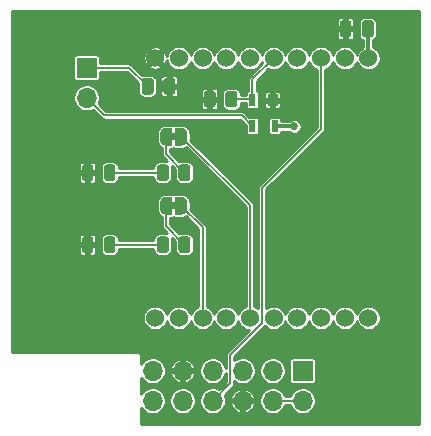
<source format=gbr>
%TF.GenerationSoftware,KiCad,Pcbnew,(5.1.10)-1*%
%TF.CreationDate,2021-09-03T10:18:15+02:00*%
%TF.ProjectId,Rpi_Adapter,5270695f-4164-4617-9074-65722e6b6963,2L_3*%
%TF.SameCoordinates,Original*%
%TF.FileFunction,Copper,L1,Top*%
%TF.FilePolarity,Positive*%
%FSLAX46Y46*%
G04 Gerber Fmt 4.6, Leading zero omitted, Abs format (unit mm)*
G04 Created by KiCad (PCBNEW (5.1.10)-1) date 2021-09-03 10:18:15*
%MOMM*%
%LPD*%
G01*
G04 APERTURE LIST*
%TA.AperFunction,EtchedComponent*%
%ADD10C,0.076200*%
%TD*%
%TA.AperFunction,SMDPad,CuDef*%
%ADD11R,0.550000X1.000000*%
%TD*%
%TA.AperFunction,SMDPad,CuDef*%
%ADD12R,0.950000X1.000000*%
%TD*%
%TA.AperFunction,ComponentPad*%
%ADD13C,1.524000*%
%TD*%
%TA.AperFunction,ComponentPad*%
%ADD14O,1.700000X1.700000*%
%TD*%
%TA.AperFunction,ComponentPad*%
%ADD15R,1.700000X1.700000*%
%TD*%
%TA.AperFunction,SMDPad,CuDef*%
%ADD16C,0.076200*%
%TD*%
%TA.AperFunction,ViaPad*%
%ADD17C,0.685800*%
%TD*%
%TA.AperFunction,Conductor*%
%ADD18C,0.304800*%
%TD*%
%TA.AperFunction,Conductor*%
%ADD19C,0.152400*%
%TD*%
%TA.AperFunction,Conductor*%
%ADD20C,0.254000*%
%TD*%
%TA.AperFunction,Conductor*%
%ADD21C,0.076200*%
%TD*%
G04 APERTURE END LIST*
D10*
%TO.C,JP2*%
G36*
X159008000Y-47544000D02*
G01*
X159508000Y-47544000D01*
X159508000Y-46944000D01*
X159008000Y-46944000D01*
X159008000Y-47544000D01*
G37*
%TO.C,JP1*%
G36*
X159008000Y-41702000D02*
G01*
X159508000Y-41702000D01*
X159508000Y-41102000D01*
X159008000Y-41102000D01*
X159008000Y-41702000D01*
G37*
%TD*%
D11*
%TO.P,U1,4*%
%TO.N,/3V3*%
X167830540Y-40497240D03*
%TO.P,U1,3*%
%TO.N,/GPIO_18*%
X165930540Y-40497240D03*
%TO.P,U1,2*%
%TO.N,/~RESET*%
X165930540Y-38297240D03*
D12*
%TO.P,U1,1*%
%TO.N,GND*%
X167630540Y-38297240D03*
%TD*%
D13*
%TO.P,H1,20*%
%TO.N,N/C*%
X175750000Y-56748200D03*
%TO.P,H1,19*%
X173743400Y-56748200D03*
%TO.P,H1,18*%
X171736800Y-56748200D03*
%TO.P,H1,17*%
X169730200Y-56748200D03*
%TO.P,H1,16*%
X167723600Y-56748200D03*
%TO.P,H1,15*%
%TO.N,Net-(H1-Pad15)*%
X165717000Y-56748200D03*
%TO.P,H1,14*%
%TO.N,N/C*%
X163710400Y-56748200D03*
%TO.P,H1,13*%
%TO.N,Net-(H1-Pad13)*%
X161703800Y-56748200D03*
%TO.P,H1,12*%
%TO.N,N/C*%
X159697200Y-56748200D03*
%TO.P,H1,11*%
X157690600Y-56748200D03*
%TO.P,H1,10*%
%TO.N,GND*%
X157690600Y-34751800D03*
%TO.P,H1,9*%
%TO.N,N/C*%
X159697200Y-34751800D03*
%TO.P,H1,8*%
X161703800Y-34751800D03*
%TO.P,H1,7*%
X163710400Y-34751800D03*
%TO.P,H1,6*%
X165717000Y-34751800D03*
%TO.P,H1,5*%
%TO.N,/~RESET*%
X167723600Y-34751800D03*
%TO.P,H1,4*%
%TO.N,N/C*%
X169730200Y-34751800D03*
%TO.P,H1,3*%
%TO.N,/UART0_Tx*%
X171736800Y-34751800D03*
%TO.P,H1,2*%
%TO.N,/UART0_Rx*%
X173743400Y-34751800D03*
%TO.P,H1,1*%
%TO.N,/3V3*%
X175750000Y-34751800D03*
%TD*%
D14*
%TO.P,SW1,2*%
%TO.N,/GPIO_18*%
X151892000Y-38100000D03*
D15*
%TO.P,SW1,1*%
%TO.N,Net-(R1-Pad1)*%
X151892000Y-35560000D03*
%TD*%
%TO.P,C1,2*%
%TO.N,GND*%
%TA.AperFunction,SMDPad,CuDef*%
G36*
G01*
X174302000Y-31783000D02*
X174302000Y-32733000D01*
G75*
G02*
X174052000Y-32983000I-250000J0D01*
G01*
X173552000Y-32983000D01*
G75*
G02*
X173302000Y-32733000I0J250000D01*
G01*
X173302000Y-31783000D01*
G75*
G02*
X173552000Y-31533000I250000J0D01*
G01*
X174052000Y-31533000D01*
G75*
G02*
X174302000Y-31783000I0J-250000D01*
G01*
G37*
%TD.AperFunction*%
%TO.P,C1,1*%
%TO.N,/3V3*%
%TA.AperFunction,SMDPad,CuDef*%
G36*
G01*
X176202000Y-31783000D02*
X176202000Y-32733000D01*
G75*
G02*
X175952000Y-32983000I-250000J0D01*
G01*
X175452000Y-32983000D01*
G75*
G02*
X175202000Y-32733000I0J250000D01*
G01*
X175202000Y-31783000D01*
G75*
G02*
X175452000Y-31533000I250000J0D01*
G01*
X175952000Y-31533000D01*
G75*
G02*
X176202000Y-31783000I0J-250000D01*
G01*
G37*
%TD.AperFunction*%
%TD*%
%TO.P,R4,2*%
%TO.N,Net-(D2-Pad2)*%
%TA.AperFunction,SMDPad,CuDef*%
G36*
G01*
X158858000Y-43999998D02*
X158858000Y-44900002D01*
G75*
G02*
X158608002Y-45150000I-249998J0D01*
G01*
X158082998Y-45150000D01*
G75*
G02*
X157833000Y-44900002I0J249998D01*
G01*
X157833000Y-43999998D01*
G75*
G02*
X158082998Y-43750000I249998J0D01*
G01*
X158608002Y-43750000D01*
G75*
G02*
X158858000Y-43999998I0J-249998D01*
G01*
G37*
%TD.AperFunction*%
%TO.P,R4,1*%
%TO.N,Net-(JP1-Pad2)*%
%TA.AperFunction,SMDPad,CuDef*%
G36*
G01*
X160683000Y-43999998D02*
X160683000Y-44900002D01*
G75*
G02*
X160433002Y-45150000I-249998J0D01*
G01*
X159907998Y-45150000D01*
G75*
G02*
X159658000Y-44900002I0J249998D01*
G01*
X159658000Y-43999998D01*
G75*
G02*
X159907998Y-43750000I249998J0D01*
G01*
X160433002Y-43750000D01*
G75*
G02*
X160683000Y-43999998I0J-249998D01*
G01*
G37*
%TD.AperFunction*%
%TD*%
%TO.P,R3,2*%
%TO.N,Net-(D1-Pad2)*%
%TA.AperFunction,SMDPad,CuDef*%
G36*
G01*
X158858000Y-50095998D02*
X158858000Y-50996002D01*
G75*
G02*
X158608002Y-51246000I-249998J0D01*
G01*
X158082998Y-51246000D01*
G75*
G02*
X157833000Y-50996002I0J249998D01*
G01*
X157833000Y-50095998D01*
G75*
G02*
X158082998Y-49846000I249998J0D01*
G01*
X158608002Y-49846000D01*
G75*
G02*
X158858000Y-50095998I0J-249998D01*
G01*
G37*
%TD.AperFunction*%
%TO.P,R3,1*%
%TO.N,Net-(JP2-Pad2)*%
%TA.AperFunction,SMDPad,CuDef*%
G36*
G01*
X160683000Y-50095998D02*
X160683000Y-50996002D01*
G75*
G02*
X160433002Y-51246000I-249998J0D01*
G01*
X159907998Y-51246000D01*
G75*
G02*
X159658000Y-50996002I0J249998D01*
G01*
X159658000Y-50095998D01*
G75*
G02*
X159907998Y-49846000I249998J0D01*
G01*
X160433002Y-49846000D01*
G75*
G02*
X160683000Y-50095998I0J-249998D01*
G01*
G37*
%TD.AperFunction*%
%TD*%
%TO.P,R2,2*%
%TO.N,GND*%
%TA.AperFunction,SMDPad,CuDef*%
G36*
G01*
X162825480Y-37769378D02*
X162825480Y-38669382D01*
G75*
G02*
X162575482Y-38919380I-249998J0D01*
G01*
X162050478Y-38919380D01*
G75*
G02*
X161800480Y-38669382I0J249998D01*
G01*
X161800480Y-37769378D01*
G75*
G02*
X162050478Y-37519380I249998J0D01*
G01*
X162575482Y-37519380D01*
G75*
G02*
X162825480Y-37769378I0J-249998D01*
G01*
G37*
%TD.AperFunction*%
%TO.P,R2,1*%
%TO.N,/~RESET*%
%TA.AperFunction,SMDPad,CuDef*%
G36*
G01*
X164650480Y-37769378D02*
X164650480Y-38669382D01*
G75*
G02*
X164400482Y-38919380I-249998J0D01*
G01*
X163875478Y-38919380D01*
G75*
G02*
X163625480Y-38669382I0J249998D01*
G01*
X163625480Y-37769378D01*
G75*
G02*
X163875478Y-37519380I249998J0D01*
G01*
X164400482Y-37519380D01*
G75*
G02*
X164650480Y-37769378I0J-249998D01*
G01*
G37*
%TD.AperFunction*%
%TD*%
%TO.P,R1,2*%
%TO.N,GND*%
%TA.AperFunction,SMDPad,CuDef*%
G36*
G01*
X158375300Y-37584802D02*
X158375300Y-36684798D01*
G75*
G02*
X158625298Y-36434800I249998J0D01*
G01*
X159150302Y-36434800D01*
G75*
G02*
X159400300Y-36684798I0J-249998D01*
G01*
X159400300Y-37584802D01*
G75*
G02*
X159150302Y-37834800I-249998J0D01*
G01*
X158625298Y-37834800D01*
G75*
G02*
X158375300Y-37584802I0J249998D01*
G01*
G37*
%TD.AperFunction*%
%TO.P,R1,1*%
%TO.N,Net-(R1-Pad1)*%
%TA.AperFunction,SMDPad,CuDef*%
G36*
G01*
X156550300Y-37584802D02*
X156550300Y-36684798D01*
G75*
G02*
X156800298Y-36434800I249998J0D01*
G01*
X157325302Y-36434800D01*
G75*
G02*
X157575300Y-36684798I0J-249998D01*
G01*
X157575300Y-37584802D01*
G75*
G02*
X157325302Y-37834800I-249998J0D01*
G01*
X156800298Y-37834800D01*
G75*
G02*
X156550300Y-37584802I0J249998D01*
G01*
G37*
%TD.AperFunction*%
%TD*%
%TA.AperFunction,SMDPad,CuDef*%
D16*
%TO.P,JP2,1*%
%TO.N,Net-(H1-Pad13)*%
G36*
X159408000Y-46494000D02*
G01*
X159908000Y-46494000D01*
X159908000Y-46494602D01*
X159932534Y-46494602D01*
X159981365Y-46499412D01*
X160029490Y-46508984D01*
X160076445Y-46523228D01*
X160121778Y-46542005D01*
X160165051Y-46565136D01*
X160205850Y-46592396D01*
X160243779Y-46623524D01*
X160278476Y-46658221D01*
X160309604Y-46696150D01*
X160336864Y-46736949D01*
X160359995Y-46780222D01*
X160378772Y-46825555D01*
X160393016Y-46872510D01*
X160402588Y-46920635D01*
X160407398Y-46969466D01*
X160407398Y-46994000D01*
X160408000Y-46994000D01*
X160408000Y-47494000D01*
X160407398Y-47494000D01*
X160407398Y-47518534D01*
X160402588Y-47567365D01*
X160393016Y-47615490D01*
X160378772Y-47662445D01*
X160359995Y-47707778D01*
X160336864Y-47751051D01*
X160309604Y-47791850D01*
X160278476Y-47829779D01*
X160243779Y-47864476D01*
X160205850Y-47895604D01*
X160165051Y-47922864D01*
X160121778Y-47945995D01*
X160076445Y-47964772D01*
X160029490Y-47979016D01*
X159981365Y-47988588D01*
X159932534Y-47993398D01*
X159908000Y-47993398D01*
X159908000Y-47994000D01*
X159408000Y-47994000D01*
X159408000Y-46494000D01*
G37*
%TD.AperFunction*%
%TA.AperFunction,SMDPad,CuDef*%
%TO.P,JP2,2*%
%TO.N,Net-(JP2-Pad2)*%
G36*
X158608000Y-47993398D02*
G01*
X158583466Y-47993398D01*
X158534635Y-47988588D01*
X158486510Y-47979016D01*
X158439555Y-47964772D01*
X158394222Y-47945995D01*
X158350949Y-47922864D01*
X158310150Y-47895604D01*
X158272221Y-47864476D01*
X158237524Y-47829779D01*
X158206396Y-47791850D01*
X158179136Y-47751051D01*
X158156005Y-47707778D01*
X158137228Y-47662445D01*
X158122984Y-47615490D01*
X158113412Y-47567365D01*
X158108602Y-47518534D01*
X158108602Y-47494000D01*
X158108000Y-47494000D01*
X158108000Y-46994000D01*
X158108602Y-46994000D01*
X158108602Y-46969466D01*
X158113412Y-46920635D01*
X158122984Y-46872510D01*
X158137228Y-46825555D01*
X158156005Y-46780222D01*
X158179136Y-46736949D01*
X158206396Y-46696150D01*
X158237524Y-46658221D01*
X158272221Y-46623524D01*
X158310150Y-46592396D01*
X158350949Y-46565136D01*
X158394222Y-46542005D01*
X158439555Y-46523228D01*
X158486510Y-46508984D01*
X158534635Y-46499412D01*
X158583466Y-46494602D01*
X158608000Y-46494602D01*
X158608000Y-46494000D01*
X159108000Y-46494000D01*
X159108000Y-47994000D01*
X158608000Y-47994000D01*
X158608000Y-47993398D01*
G37*
%TD.AperFunction*%
%TD*%
%TA.AperFunction,SMDPad,CuDef*%
%TO.P,JP1,1*%
%TO.N,Net-(H1-Pad15)*%
G36*
X159408000Y-40652000D02*
G01*
X159908000Y-40652000D01*
X159908000Y-40652602D01*
X159932534Y-40652602D01*
X159981365Y-40657412D01*
X160029490Y-40666984D01*
X160076445Y-40681228D01*
X160121778Y-40700005D01*
X160165051Y-40723136D01*
X160205850Y-40750396D01*
X160243779Y-40781524D01*
X160278476Y-40816221D01*
X160309604Y-40854150D01*
X160336864Y-40894949D01*
X160359995Y-40938222D01*
X160378772Y-40983555D01*
X160393016Y-41030510D01*
X160402588Y-41078635D01*
X160407398Y-41127466D01*
X160407398Y-41152000D01*
X160408000Y-41152000D01*
X160408000Y-41652000D01*
X160407398Y-41652000D01*
X160407398Y-41676534D01*
X160402588Y-41725365D01*
X160393016Y-41773490D01*
X160378772Y-41820445D01*
X160359995Y-41865778D01*
X160336864Y-41909051D01*
X160309604Y-41949850D01*
X160278476Y-41987779D01*
X160243779Y-42022476D01*
X160205850Y-42053604D01*
X160165051Y-42080864D01*
X160121778Y-42103995D01*
X160076445Y-42122772D01*
X160029490Y-42137016D01*
X159981365Y-42146588D01*
X159932534Y-42151398D01*
X159908000Y-42151398D01*
X159908000Y-42152000D01*
X159408000Y-42152000D01*
X159408000Y-40652000D01*
G37*
%TD.AperFunction*%
%TA.AperFunction,SMDPad,CuDef*%
%TO.P,JP1,2*%
%TO.N,Net-(JP1-Pad2)*%
G36*
X158608000Y-42151398D02*
G01*
X158583466Y-42151398D01*
X158534635Y-42146588D01*
X158486510Y-42137016D01*
X158439555Y-42122772D01*
X158394222Y-42103995D01*
X158350949Y-42080864D01*
X158310150Y-42053604D01*
X158272221Y-42022476D01*
X158237524Y-41987779D01*
X158206396Y-41949850D01*
X158179136Y-41909051D01*
X158156005Y-41865778D01*
X158137228Y-41820445D01*
X158122984Y-41773490D01*
X158113412Y-41725365D01*
X158108602Y-41676534D01*
X158108602Y-41652000D01*
X158108000Y-41652000D01*
X158108000Y-41152000D01*
X158108602Y-41152000D01*
X158108602Y-41127466D01*
X158113412Y-41078635D01*
X158122984Y-41030510D01*
X158137228Y-40983555D01*
X158156005Y-40938222D01*
X158179136Y-40894949D01*
X158206396Y-40854150D01*
X158237524Y-40816221D01*
X158272221Y-40781524D01*
X158310150Y-40750396D01*
X158350949Y-40723136D01*
X158394222Y-40700005D01*
X158439555Y-40681228D01*
X158486510Y-40666984D01*
X158534635Y-40657412D01*
X158583466Y-40652602D01*
X158608000Y-40652602D01*
X158608000Y-40652000D01*
X159108000Y-40652000D01*
X159108000Y-42152000D01*
X158608000Y-42152000D01*
X158608000Y-42151398D01*
G37*
%TD.AperFunction*%
%TD*%
%TO.P,D2,2*%
%TO.N,Net-(D2-Pad2)*%
%TA.AperFunction,SMDPad,CuDef*%
G36*
G01*
X153358000Y-44906250D02*
X153358000Y-43993750D01*
G75*
G02*
X153601750Y-43750000I243750J0D01*
G01*
X154089250Y-43750000D01*
G75*
G02*
X154333000Y-43993750I0J-243750D01*
G01*
X154333000Y-44906250D01*
G75*
G02*
X154089250Y-45150000I-243750J0D01*
G01*
X153601750Y-45150000D01*
G75*
G02*
X153358000Y-44906250I0J243750D01*
G01*
G37*
%TD.AperFunction*%
%TO.P,D2,1*%
%TO.N,GND*%
%TA.AperFunction,SMDPad,CuDef*%
G36*
G01*
X151483000Y-44906250D02*
X151483000Y-43993750D01*
G75*
G02*
X151726750Y-43750000I243750J0D01*
G01*
X152214250Y-43750000D01*
G75*
G02*
X152458000Y-43993750I0J-243750D01*
G01*
X152458000Y-44906250D01*
G75*
G02*
X152214250Y-45150000I-243750J0D01*
G01*
X151726750Y-45150000D01*
G75*
G02*
X151483000Y-44906250I0J243750D01*
G01*
G37*
%TD.AperFunction*%
%TD*%
%TO.P,D1,2*%
%TO.N,Net-(D1-Pad2)*%
%TA.AperFunction,SMDPad,CuDef*%
G36*
G01*
X153358000Y-51002250D02*
X153358000Y-50089750D01*
G75*
G02*
X153601750Y-49846000I243750J0D01*
G01*
X154089250Y-49846000D01*
G75*
G02*
X154333000Y-50089750I0J-243750D01*
G01*
X154333000Y-51002250D01*
G75*
G02*
X154089250Y-51246000I-243750J0D01*
G01*
X153601750Y-51246000D01*
G75*
G02*
X153358000Y-51002250I0J243750D01*
G01*
G37*
%TD.AperFunction*%
%TO.P,D1,1*%
%TO.N,GND*%
%TA.AperFunction,SMDPad,CuDef*%
G36*
G01*
X151483000Y-51002250D02*
X151483000Y-50089750D01*
G75*
G02*
X151726750Y-49846000I243750J0D01*
G01*
X152214250Y-49846000D01*
G75*
G02*
X152458000Y-50089750I0J-243750D01*
G01*
X152458000Y-51002250D01*
G75*
G02*
X152214250Y-51246000I-243750J0D01*
G01*
X151726750Y-51246000D01*
G75*
G02*
X151483000Y-51002250I0J243750D01*
G01*
G37*
%TD.AperFunction*%
%TD*%
D15*
%TO.P,P1,1*%
%TO.N,/3V3*%
X170180000Y-61214000D03*
D14*
%TO.P,P1,2*%
%TO.N,/5V*%
X170180000Y-63754000D03*
%TO.P,P1,3*%
%TO.N,N/C*%
X167640000Y-61214000D03*
%TO.P,P1,4*%
%TO.N,/5V*%
X167640000Y-63754000D03*
%TO.P,P1,5*%
%TO.N,N/C*%
X165100000Y-61214000D03*
%TO.P,P1,6*%
%TO.N,GND*%
X165100000Y-63754000D03*
%TO.P,P1,7*%
%TO.N,N/C*%
X162560000Y-61214000D03*
%TO.P,P1,8*%
%TO.N,/UART0_Tx*%
X162560000Y-63754000D03*
%TO.P,P1,9*%
%TO.N,GND*%
X160020000Y-61214000D03*
%TO.P,P1,10*%
%TO.N,/UART0_Rx*%
X160020000Y-63754000D03*
%TO.P,P1,11*%
%TO.N,N/C*%
X157480000Y-61214000D03*
%TO.P,P1,12*%
%TO.N,/GPIO_18*%
X157480000Y-63754000D03*
%TD*%
D17*
%TO.N,/3V3*%
X169463720Y-40535860D03*
%TD*%
D18*
%TO.N,/3V3*%
X175702000Y-34703800D02*
X175750000Y-34751800D01*
X175702000Y-32258000D02*
X175702000Y-34703800D01*
X167869160Y-40535860D02*
X167830540Y-40497240D01*
X169463720Y-40535860D02*
X167869160Y-40535860D01*
D19*
%TO.N,/UART0_Tx*%
X166732999Y-57198291D02*
X166732999Y-45722761D01*
X164021399Y-59909891D02*
X166732999Y-57198291D01*
X164021399Y-62292601D02*
X164021399Y-59909891D01*
X162560000Y-63754000D02*
X164021399Y-62292601D01*
X171736800Y-40718960D02*
X171736800Y-34751800D01*
X166732999Y-45722761D02*
X171736800Y-40718960D01*
%TO.N,/5V*%
X170180000Y-63754000D02*
X167640000Y-63754000D01*
%TO.N,Net-(D1-Pad2)*%
X158345500Y-50546000D02*
X153845500Y-50546000D01*
%TO.N,Net-(D2-Pad2)*%
X158345500Y-44450000D02*
X153845500Y-44450000D01*
%TO.N,Net-(H1-Pad15)*%
X165717000Y-47211000D02*
X159908000Y-41402000D01*
X165717000Y-56748200D02*
X165717000Y-47211000D01*
%TO.N,Net-(H1-Pad13)*%
X161703800Y-49039800D02*
X159908000Y-47244000D01*
X161703800Y-56748200D02*
X161703800Y-49039800D01*
%TO.N,/~RESET*%
X165852680Y-38219380D02*
X165930540Y-38297240D01*
X164137980Y-38219380D02*
X165852680Y-38219380D01*
X165930540Y-36544860D02*
X167723600Y-34751800D01*
X165930540Y-38297240D02*
X165930540Y-36544860D01*
%TO.N,Net-(JP1-Pad2)*%
X158608000Y-42887500D02*
X160170500Y-44450000D01*
X158608000Y-41402000D02*
X158608000Y-42887500D01*
%TO.N,Net-(JP2-Pad2)*%
X158608000Y-48983500D02*
X160170500Y-50546000D01*
X158608000Y-47244000D02*
X158608000Y-48983500D01*
%TO.N,/GPIO_18*%
X151892000Y-38100000D02*
X153393140Y-39601140D01*
X165034440Y-39601140D02*
X165930540Y-40497240D01*
X153393140Y-39601140D02*
X165034440Y-39601140D01*
%TO.N,Net-(R1-Pad1)*%
X155488000Y-35560000D02*
X157062800Y-37134800D01*
X151892000Y-35560000D02*
X155488000Y-35560000D01*
%TD*%
D20*
%TO.N,GND*%
X180036400Y-65736400D02*
X156513600Y-65736400D01*
X156513600Y-64340548D01*
X156602737Y-64473951D01*
X156760049Y-64631263D01*
X156945028Y-64754862D01*
X157150566Y-64839998D01*
X157368764Y-64883400D01*
X157591236Y-64883400D01*
X157809434Y-64839998D01*
X158014972Y-64754862D01*
X158199951Y-64631263D01*
X158357263Y-64473951D01*
X158480862Y-64288972D01*
X158565998Y-64083434D01*
X158609400Y-63865236D01*
X158609400Y-63642764D01*
X158890600Y-63642764D01*
X158890600Y-63865236D01*
X158934002Y-64083434D01*
X159019138Y-64288972D01*
X159142737Y-64473951D01*
X159300049Y-64631263D01*
X159485028Y-64754862D01*
X159690566Y-64839998D01*
X159908764Y-64883400D01*
X160131236Y-64883400D01*
X160349434Y-64839998D01*
X160554972Y-64754862D01*
X160739951Y-64631263D01*
X160897263Y-64473951D01*
X161020862Y-64288972D01*
X161105998Y-64083434D01*
X161149400Y-63865236D01*
X161149400Y-63642764D01*
X161105998Y-63424566D01*
X161020862Y-63219028D01*
X160897263Y-63034049D01*
X160739951Y-62876737D01*
X160554972Y-62753138D01*
X160349434Y-62668002D01*
X160131236Y-62624600D01*
X159908764Y-62624600D01*
X159690566Y-62668002D01*
X159485028Y-62753138D01*
X159300049Y-62876737D01*
X159142737Y-63034049D01*
X159019138Y-63219028D01*
X158934002Y-63424566D01*
X158890600Y-63642764D01*
X158609400Y-63642764D01*
X158565998Y-63424566D01*
X158480862Y-63219028D01*
X158357263Y-63034049D01*
X158199951Y-62876737D01*
X158014972Y-62753138D01*
X157809434Y-62668002D01*
X157591236Y-62624600D01*
X157368764Y-62624600D01*
X157150566Y-62668002D01*
X156945028Y-62753138D01*
X156760049Y-62876737D01*
X156602737Y-63034049D01*
X156513600Y-63167452D01*
X156513600Y-61800548D01*
X156602737Y-61933951D01*
X156760049Y-62091263D01*
X156945028Y-62214862D01*
X157150566Y-62299998D01*
X157368764Y-62343400D01*
X157591236Y-62343400D01*
X157809434Y-62299998D01*
X158014972Y-62214862D01*
X158199951Y-62091263D01*
X158357263Y-61933951D01*
X158480862Y-61748972D01*
X158565998Y-61543434D01*
X158573246Y-61506994D01*
X158981950Y-61506994D01*
X159059056Y-61703878D01*
X159173091Y-61881936D01*
X159319672Y-62034326D01*
X159493166Y-62155191D01*
X159686906Y-62239886D01*
X159727007Y-62252043D01*
X159893000Y-62227524D01*
X159893000Y-61341000D01*
X160147000Y-61341000D01*
X160147000Y-62227524D01*
X160312993Y-62252043D01*
X160353094Y-62239886D01*
X160546834Y-62155191D01*
X160720328Y-62034326D01*
X160866909Y-61881936D01*
X160980944Y-61703878D01*
X161058050Y-61506994D01*
X161033954Y-61341000D01*
X160147000Y-61341000D01*
X159893000Y-61341000D01*
X159006046Y-61341000D01*
X158981950Y-61506994D01*
X158573246Y-61506994D01*
X158609400Y-61325236D01*
X158609400Y-61102764D01*
X158573247Y-60921006D01*
X158981950Y-60921006D01*
X159006046Y-61087000D01*
X159893000Y-61087000D01*
X159893000Y-60200476D01*
X160147000Y-60200476D01*
X160147000Y-61087000D01*
X161033954Y-61087000D01*
X161058050Y-60921006D01*
X160980944Y-60724122D01*
X160866909Y-60546064D01*
X160720328Y-60393674D01*
X160546834Y-60272809D01*
X160353094Y-60188114D01*
X160312993Y-60175957D01*
X160147000Y-60200476D01*
X159893000Y-60200476D01*
X159727007Y-60175957D01*
X159686906Y-60188114D01*
X159493166Y-60272809D01*
X159319672Y-60393674D01*
X159173091Y-60546064D01*
X159059056Y-60724122D01*
X158981950Y-60921006D01*
X158573247Y-60921006D01*
X158565998Y-60884566D01*
X158480862Y-60679028D01*
X158357263Y-60494049D01*
X158199951Y-60336737D01*
X158014972Y-60213138D01*
X157809434Y-60128002D01*
X157591236Y-60084600D01*
X157368764Y-60084600D01*
X157150566Y-60128002D01*
X156945028Y-60213138D01*
X156760049Y-60336737D01*
X156602737Y-60494049D01*
X156513600Y-60627452D01*
X156513600Y-59958904D01*
X156515068Y-59944000D01*
X156509206Y-59884484D01*
X156491846Y-59827256D01*
X156463655Y-59774513D01*
X156425716Y-59728284D01*
X156379487Y-59690345D01*
X156326744Y-59662154D01*
X156269516Y-59644794D01*
X156224904Y-59640400D01*
X156210000Y-59638932D01*
X156195096Y-59640400D01*
X145553600Y-59640400D01*
X145553600Y-51246000D01*
X151253294Y-51246000D01*
X151257708Y-51290813D01*
X151270779Y-51333905D01*
X151292006Y-51373618D01*
X151320573Y-51408427D01*
X151355382Y-51436994D01*
X151395095Y-51458221D01*
X151438187Y-51471292D01*
X151483000Y-51475706D01*
X151786350Y-51474600D01*
X151843500Y-51417450D01*
X151843500Y-50673000D01*
X152097500Y-50673000D01*
X152097500Y-51417450D01*
X152154650Y-51474600D01*
X152458000Y-51475706D01*
X152502813Y-51471292D01*
X152545905Y-51458221D01*
X152585618Y-51436994D01*
X152620427Y-51408427D01*
X152648994Y-51373618D01*
X152670221Y-51333905D01*
X152683292Y-51290813D01*
X152687706Y-51246000D01*
X152686600Y-50730150D01*
X152629450Y-50673000D01*
X152097500Y-50673000D01*
X151843500Y-50673000D01*
X151311550Y-50673000D01*
X151254400Y-50730150D01*
X151253294Y-51246000D01*
X145553600Y-51246000D01*
X145553600Y-49846000D01*
X151253294Y-49846000D01*
X151254400Y-50361850D01*
X151311550Y-50419000D01*
X151843500Y-50419000D01*
X151843500Y-49674550D01*
X152097500Y-49674550D01*
X152097500Y-50419000D01*
X152629450Y-50419000D01*
X152686600Y-50361850D01*
X152687706Y-49846000D01*
X152683292Y-49801187D01*
X152670221Y-49758095D01*
X152648994Y-49718382D01*
X152620427Y-49683573D01*
X152585618Y-49655006D01*
X152545905Y-49633779D01*
X152502813Y-49620708D01*
X152458000Y-49616294D01*
X152154650Y-49617400D01*
X152097500Y-49674550D01*
X151843500Y-49674550D01*
X151786350Y-49617400D01*
X151483000Y-49616294D01*
X151438187Y-49620708D01*
X151395095Y-49633779D01*
X151355382Y-49655006D01*
X151320573Y-49683573D01*
X151292006Y-49718382D01*
X151270779Y-49758095D01*
X151257708Y-49801187D01*
X151253294Y-49846000D01*
X145553600Y-49846000D01*
X145553600Y-45150000D01*
X151253294Y-45150000D01*
X151257708Y-45194813D01*
X151270779Y-45237905D01*
X151292006Y-45277618D01*
X151320573Y-45312427D01*
X151355382Y-45340994D01*
X151395095Y-45362221D01*
X151438187Y-45375292D01*
X151483000Y-45379706D01*
X151786350Y-45378600D01*
X151843500Y-45321450D01*
X151843500Y-44577000D01*
X152097500Y-44577000D01*
X152097500Y-45321450D01*
X152154650Y-45378600D01*
X152458000Y-45379706D01*
X152502813Y-45375292D01*
X152545905Y-45362221D01*
X152585618Y-45340994D01*
X152620427Y-45312427D01*
X152648994Y-45277618D01*
X152670221Y-45237905D01*
X152683292Y-45194813D01*
X152687706Y-45150000D01*
X152686600Y-44634150D01*
X152629450Y-44577000D01*
X152097500Y-44577000D01*
X151843500Y-44577000D01*
X151311550Y-44577000D01*
X151254400Y-44634150D01*
X151253294Y-45150000D01*
X145553600Y-45150000D01*
X145553600Y-43750000D01*
X151253294Y-43750000D01*
X151254400Y-44265850D01*
X151311550Y-44323000D01*
X151843500Y-44323000D01*
X151843500Y-43578550D01*
X152097500Y-43578550D01*
X152097500Y-44323000D01*
X152629450Y-44323000D01*
X152686600Y-44265850D01*
X152687183Y-43993750D01*
X153077249Y-43993750D01*
X153077249Y-44906250D01*
X153087327Y-45008575D01*
X153117174Y-45106968D01*
X153165643Y-45197647D01*
X153230872Y-45277128D01*
X153310353Y-45342357D01*
X153401032Y-45390826D01*
X153499425Y-45420673D01*
X153601750Y-45430751D01*
X154089250Y-45430751D01*
X154191575Y-45420673D01*
X154289968Y-45390826D01*
X154380647Y-45342357D01*
X154460128Y-45277128D01*
X154525357Y-45197647D01*
X154573826Y-45106968D01*
X154603673Y-45008575D01*
X154613751Y-44906250D01*
X154613751Y-44805600D01*
X157552249Y-44805600D01*
X157552249Y-44900002D01*
X157562447Y-45003546D01*
X157592650Y-45103111D01*
X157641696Y-45194870D01*
X157707702Y-45275298D01*
X157788130Y-45341304D01*
X157879889Y-45390350D01*
X157979454Y-45420553D01*
X158082998Y-45430751D01*
X158608002Y-45430751D01*
X158711546Y-45420553D01*
X158811111Y-45390350D01*
X158902870Y-45341304D01*
X158983298Y-45275298D01*
X159049304Y-45194870D01*
X159098350Y-45103111D01*
X159128553Y-45003546D01*
X159138751Y-44900002D01*
X159138751Y-43999998D01*
X159130136Y-43912530D01*
X159377249Y-44159643D01*
X159377249Y-44900002D01*
X159387447Y-45003546D01*
X159417650Y-45103111D01*
X159466696Y-45194870D01*
X159532702Y-45275298D01*
X159613130Y-45341304D01*
X159704889Y-45390350D01*
X159804454Y-45420553D01*
X159907998Y-45430751D01*
X160433002Y-45430751D01*
X160536546Y-45420553D01*
X160636111Y-45390350D01*
X160727870Y-45341304D01*
X160808298Y-45275298D01*
X160874304Y-45194870D01*
X160923350Y-45103111D01*
X160953553Y-45003546D01*
X160963751Y-44900002D01*
X160963751Y-43999998D01*
X160953553Y-43896454D01*
X160923350Y-43796889D01*
X160874304Y-43705130D01*
X160808298Y-43624702D01*
X160727870Y-43558696D01*
X160636111Y-43509650D01*
X160536546Y-43479447D01*
X160433002Y-43469249D01*
X159907998Y-43469249D01*
X159804454Y-43479447D01*
X159726491Y-43503097D01*
X158963600Y-42740207D01*
X158963600Y-42432752D01*
X159108000Y-42432752D01*
X159162772Y-42427357D01*
X159215439Y-42411381D01*
X159258000Y-42388632D01*
X159300561Y-42411381D01*
X159353228Y-42427357D01*
X159408000Y-42432752D01*
X159908000Y-42432752D01*
X159932447Y-42430344D01*
X159957009Y-42430344D01*
X160011781Y-42424949D01*
X160107914Y-42405827D01*
X160160580Y-42389852D01*
X160251136Y-42352343D01*
X160299676Y-42326398D01*
X160317557Y-42314450D01*
X165361401Y-47358295D01*
X165361400Y-55768291D01*
X165223712Y-55825323D01*
X165053146Y-55939292D01*
X164908092Y-56084346D01*
X164794123Y-56254912D01*
X164715620Y-56444435D01*
X164713700Y-56454088D01*
X164711780Y-56444435D01*
X164633277Y-56254912D01*
X164519308Y-56084346D01*
X164374254Y-55939292D01*
X164203688Y-55825323D01*
X164014165Y-55746820D01*
X163812969Y-55706800D01*
X163607831Y-55706800D01*
X163406635Y-55746820D01*
X163217112Y-55825323D01*
X163046546Y-55939292D01*
X162901492Y-56084346D01*
X162787523Y-56254912D01*
X162709020Y-56444435D01*
X162707100Y-56454088D01*
X162705180Y-56444435D01*
X162626677Y-56254912D01*
X162512708Y-56084346D01*
X162367654Y-55939292D01*
X162197088Y-55825323D01*
X162059400Y-55768291D01*
X162059400Y-49057255D01*
X162061119Y-49039800D01*
X162059400Y-49022345D01*
X162059400Y-49022337D01*
X162054254Y-48970090D01*
X162033921Y-48903060D01*
X162000901Y-48841284D01*
X161956463Y-48787137D01*
X161942900Y-48776006D01*
X160686344Y-47519451D01*
X160686344Y-47518447D01*
X160688752Y-47494000D01*
X160688752Y-46994000D01*
X160686344Y-46969553D01*
X160686344Y-46944991D01*
X160680949Y-46890219D01*
X160661827Y-46794086D01*
X160645852Y-46741420D01*
X160608343Y-46650864D01*
X160582398Y-46602324D01*
X160527942Y-46520825D01*
X160493027Y-46478281D01*
X160423719Y-46408973D01*
X160381175Y-46374058D01*
X160299676Y-46319602D01*
X160251136Y-46293657D01*
X160160580Y-46256148D01*
X160107914Y-46240173D01*
X160011781Y-46221051D01*
X159957009Y-46215656D01*
X159932447Y-46215656D01*
X159908000Y-46213248D01*
X159408000Y-46213248D01*
X159353228Y-46218643D01*
X159300561Y-46234619D01*
X159258000Y-46257368D01*
X159215439Y-46234619D01*
X159162772Y-46218643D01*
X159108000Y-46213248D01*
X158608000Y-46213248D01*
X158583553Y-46215656D01*
X158558991Y-46215656D01*
X158504219Y-46221051D01*
X158408086Y-46240173D01*
X158355420Y-46256148D01*
X158264864Y-46293657D01*
X158216324Y-46319602D01*
X158134825Y-46374058D01*
X158092281Y-46408973D01*
X158022973Y-46478281D01*
X157988058Y-46520825D01*
X157933602Y-46602324D01*
X157907657Y-46650864D01*
X157870148Y-46741420D01*
X157854173Y-46794086D01*
X157835051Y-46890219D01*
X157829656Y-46944991D01*
X157829656Y-46969553D01*
X157827248Y-46994000D01*
X157827248Y-47494000D01*
X157829656Y-47518447D01*
X157829656Y-47543009D01*
X157835051Y-47597781D01*
X157854173Y-47693914D01*
X157870148Y-47746580D01*
X157907657Y-47837136D01*
X157933602Y-47885676D01*
X157988058Y-47967175D01*
X158022973Y-48009719D01*
X158092281Y-48079027D01*
X158134825Y-48113942D01*
X158216324Y-48168398D01*
X158252401Y-48187681D01*
X158252401Y-48966035D01*
X158250681Y-48983500D01*
X158257546Y-49053210D01*
X158277880Y-49120241D01*
X158294390Y-49151128D01*
X158310900Y-49182016D01*
X158355338Y-49236163D01*
X158368901Y-49247294D01*
X158695471Y-49573864D01*
X158608002Y-49565249D01*
X158082998Y-49565249D01*
X157979454Y-49575447D01*
X157879889Y-49605650D01*
X157788130Y-49654696D01*
X157707702Y-49720702D01*
X157641696Y-49801130D01*
X157592650Y-49892889D01*
X157562447Y-49992454D01*
X157552249Y-50095998D01*
X157552249Y-50190400D01*
X154613751Y-50190400D01*
X154613751Y-50089750D01*
X154603673Y-49987425D01*
X154573826Y-49889032D01*
X154525357Y-49798353D01*
X154460128Y-49718872D01*
X154380647Y-49653643D01*
X154289968Y-49605174D01*
X154191575Y-49575327D01*
X154089250Y-49565249D01*
X153601750Y-49565249D01*
X153499425Y-49575327D01*
X153401032Y-49605174D01*
X153310353Y-49653643D01*
X153230872Y-49718872D01*
X153165643Y-49798353D01*
X153117174Y-49889032D01*
X153087327Y-49987425D01*
X153077249Y-50089750D01*
X153077249Y-51002250D01*
X153087327Y-51104575D01*
X153117174Y-51202968D01*
X153165643Y-51293647D01*
X153230872Y-51373128D01*
X153310353Y-51438357D01*
X153401032Y-51486826D01*
X153499425Y-51516673D01*
X153601750Y-51526751D01*
X154089250Y-51526751D01*
X154191575Y-51516673D01*
X154289968Y-51486826D01*
X154380647Y-51438357D01*
X154460128Y-51373128D01*
X154525357Y-51293647D01*
X154573826Y-51202968D01*
X154603673Y-51104575D01*
X154613751Y-51002250D01*
X154613751Y-50901600D01*
X157552249Y-50901600D01*
X157552249Y-50996002D01*
X157562447Y-51099546D01*
X157592650Y-51199111D01*
X157641696Y-51290870D01*
X157707702Y-51371298D01*
X157788130Y-51437304D01*
X157879889Y-51486350D01*
X157979454Y-51516553D01*
X158082998Y-51526751D01*
X158608002Y-51526751D01*
X158711546Y-51516553D01*
X158811111Y-51486350D01*
X158902870Y-51437304D01*
X158983298Y-51371298D01*
X159049304Y-51290870D01*
X159098350Y-51199111D01*
X159128553Y-51099546D01*
X159138751Y-50996002D01*
X159138751Y-50095998D01*
X159130136Y-50008530D01*
X159377249Y-50255643D01*
X159377249Y-50996002D01*
X159387447Y-51099546D01*
X159417650Y-51199111D01*
X159466696Y-51290870D01*
X159532702Y-51371298D01*
X159613130Y-51437304D01*
X159704889Y-51486350D01*
X159804454Y-51516553D01*
X159907998Y-51526751D01*
X160433002Y-51526751D01*
X160536546Y-51516553D01*
X160636111Y-51486350D01*
X160727870Y-51437304D01*
X160808298Y-51371298D01*
X160874304Y-51290870D01*
X160923350Y-51199111D01*
X160953553Y-51099546D01*
X160963751Y-50996002D01*
X160963751Y-50095998D01*
X160953553Y-49992454D01*
X160923350Y-49892889D01*
X160874304Y-49801130D01*
X160808298Y-49720702D01*
X160727870Y-49654696D01*
X160636111Y-49605650D01*
X160536546Y-49575447D01*
X160433002Y-49565249D01*
X159907998Y-49565249D01*
X159804454Y-49575447D01*
X159726491Y-49599097D01*
X158963600Y-48836207D01*
X158963600Y-48274752D01*
X159108000Y-48274752D01*
X159162772Y-48269357D01*
X159215439Y-48253381D01*
X159258000Y-48230632D01*
X159300561Y-48253381D01*
X159353228Y-48269357D01*
X159408000Y-48274752D01*
X159908000Y-48274752D01*
X159932447Y-48272344D01*
X159957009Y-48272344D01*
X160011781Y-48266949D01*
X160107914Y-48247827D01*
X160160580Y-48231852D01*
X160251136Y-48194343D01*
X160299676Y-48168398D01*
X160317557Y-48156450D01*
X161348201Y-49187095D01*
X161348200Y-55768291D01*
X161210512Y-55825323D01*
X161039946Y-55939292D01*
X160894892Y-56084346D01*
X160780923Y-56254912D01*
X160702420Y-56444435D01*
X160700500Y-56454088D01*
X160698580Y-56444435D01*
X160620077Y-56254912D01*
X160506108Y-56084346D01*
X160361054Y-55939292D01*
X160190488Y-55825323D01*
X160000965Y-55746820D01*
X159799769Y-55706800D01*
X159594631Y-55706800D01*
X159393435Y-55746820D01*
X159203912Y-55825323D01*
X159033346Y-55939292D01*
X158888292Y-56084346D01*
X158774323Y-56254912D01*
X158695820Y-56444435D01*
X158693900Y-56454088D01*
X158691980Y-56444435D01*
X158613477Y-56254912D01*
X158499508Y-56084346D01*
X158354454Y-55939292D01*
X158183888Y-55825323D01*
X157994365Y-55746820D01*
X157793169Y-55706800D01*
X157588031Y-55706800D01*
X157386835Y-55746820D01*
X157197312Y-55825323D01*
X157026746Y-55939292D01*
X156881692Y-56084346D01*
X156767723Y-56254912D01*
X156689220Y-56444435D01*
X156649200Y-56645631D01*
X156649200Y-56850769D01*
X156689220Y-57051965D01*
X156767723Y-57241488D01*
X156881692Y-57412054D01*
X157026746Y-57557108D01*
X157197312Y-57671077D01*
X157386835Y-57749580D01*
X157588031Y-57789600D01*
X157793169Y-57789600D01*
X157994365Y-57749580D01*
X158183888Y-57671077D01*
X158354454Y-57557108D01*
X158499508Y-57412054D01*
X158613477Y-57241488D01*
X158691980Y-57051965D01*
X158693900Y-57042312D01*
X158695820Y-57051965D01*
X158774323Y-57241488D01*
X158888292Y-57412054D01*
X159033346Y-57557108D01*
X159203912Y-57671077D01*
X159393435Y-57749580D01*
X159594631Y-57789600D01*
X159799769Y-57789600D01*
X160000965Y-57749580D01*
X160190488Y-57671077D01*
X160361054Y-57557108D01*
X160506108Y-57412054D01*
X160620077Y-57241488D01*
X160698580Y-57051965D01*
X160700500Y-57042312D01*
X160702420Y-57051965D01*
X160780923Y-57241488D01*
X160894892Y-57412054D01*
X161039946Y-57557108D01*
X161210512Y-57671077D01*
X161400035Y-57749580D01*
X161601231Y-57789600D01*
X161806369Y-57789600D01*
X162007565Y-57749580D01*
X162197088Y-57671077D01*
X162367654Y-57557108D01*
X162512708Y-57412054D01*
X162626677Y-57241488D01*
X162705180Y-57051965D01*
X162707100Y-57042312D01*
X162709020Y-57051965D01*
X162787523Y-57241488D01*
X162901492Y-57412054D01*
X163046546Y-57557108D01*
X163217112Y-57671077D01*
X163406635Y-57749580D01*
X163607831Y-57789600D01*
X163812969Y-57789600D01*
X164014165Y-57749580D01*
X164203688Y-57671077D01*
X164374254Y-57557108D01*
X164519308Y-57412054D01*
X164633277Y-57241488D01*
X164711780Y-57051965D01*
X164713700Y-57042312D01*
X164715620Y-57051965D01*
X164794123Y-57241488D01*
X164908092Y-57412054D01*
X165053146Y-57557108D01*
X165223712Y-57671077D01*
X165413235Y-57749580D01*
X165614431Y-57789600D01*
X165638796Y-57789600D01*
X163782300Y-59646097D01*
X163768737Y-59657228D01*
X163724299Y-59711375D01*
X163715261Y-59728284D01*
X163691279Y-59773150D01*
X163670945Y-59840181D01*
X163664080Y-59909891D01*
X163665800Y-59927356D01*
X163665800Y-60984116D01*
X163645998Y-60884566D01*
X163560862Y-60679028D01*
X163437263Y-60494049D01*
X163279951Y-60336737D01*
X163094972Y-60213138D01*
X162889434Y-60128002D01*
X162671236Y-60084600D01*
X162448764Y-60084600D01*
X162230566Y-60128002D01*
X162025028Y-60213138D01*
X161840049Y-60336737D01*
X161682737Y-60494049D01*
X161559138Y-60679028D01*
X161474002Y-60884566D01*
X161430600Y-61102764D01*
X161430600Y-61325236D01*
X161474002Y-61543434D01*
X161559138Y-61748972D01*
X161682737Y-61933951D01*
X161840049Y-62091263D01*
X162025028Y-62214862D01*
X162230566Y-62299998D01*
X162448764Y-62343400D01*
X162671236Y-62343400D01*
X162889434Y-62299998D01*
X163094972Y-62214862D01*
X163279951Y-62091263D01*
X163437263Y-61933951D01*
X163560862Y-61748972D01*
X163645998Y-61543434D01*
X163665799Y-61443885D01*
X163665799Y-62145306D01*
X163068806Y-62742300D01*
X162889434Y-62668002D01*
X162671236Y-62624600D01*
X162448764Y-62624600D01*
X162230566Y-62668002D01*
X162025028Y-62753138D01*
X161840049Y-62876737D01*
X161682737Y-63034049D01*
X161559138Y-63219028D01*
X161474002Y-63424566D01*
X161430600Y-63642764D01*
X161430600Y-63865236D01*
X161474002Y-64083434D01*
X161559138Y-64288972D01*
X161682737Y-64473951D01*
X161840049Y-64631263D01*
X162025028Y-64754862D01*
X162230566Y-64839998D01*
X162448764Y-64883400D01*
X162671236Y-64883400D01*
X162889434Y-64839998D01*
X163094972Y-64754862D01*
X163279951Y-64631263D01*
X163437263Y-64473951D01*
X163560862Y-64288972D01*
X163645998Y-64083434D01*
X163653246Y-64046994D01*
X164061950Y-64046994D01*
X164139056Y-64243878D01*
X164253091Y-64421936D01*
X164399672Y-64574326D01*
X164573166Y-64695191D01*
X164766906Y-64779886D01*
X164807007Y-64792043D01*
X164973000Y-64767524D01*
X164973000Y-63881000D01*
X165227000Y-63881000D01*
X165227000Y-64767524D01*
X165392993Y-64792043D01*
X165433094Y-64779886D01*
X165626834Y-64695191D01*
X165800328Y-64574326D01*
X165946909Y-64421936D01*
X166060944Y-64243878D01*
X166138050Y-64046994D01*
X166113954Y-63881000D01*
X165227000Y-63881000D01*
X164973000Y-63881000D01*
X164086046Y-63881000D01*
X164061950Y-64046994D01*
X163653246Y-64046994D01*
X163689400Y-63865236D01*
X163689400Y-63642764D01*
X166510600Y-63642764D01*
X166510600Y-63865236D01*
X166554002Y-64083434D01*
X166639138Y-64288972D01*
X166762737Y-64473951D01*
X166920049Y-64631263D01*
X167105028Y-64754862D01*
X167310566Y-64839998D01*
X167528764Y-64883400D01*
X167751236Y-64883400D01*
X167969434Y-64839998D01*
X168174972Y-64754862D01*
X168359951Y-64631263D01*
X168517263Y-64473951D01*
X168640862Y-64288972D01*
X168715160Y-64109600D01*
X169104840Y-64109600D01*
X169179138Y-64288972D01*
X169302737Y-64473951D01*
X169460049Y-64631263D01*
X169645028Y-64754862D01*
X169850566Y-64839998D01*
X170068764Y-64883400D01*
X170291236Y-64883400D01*
X170509434Y-64839998D01*
X170714972Y-64754862D01*
X170899951Y-64631263D01*
X171057263Y-64473951D01*
X171180862Y-64288972D01*
X171265998Y-64083434D01*
X171309400Y-63865236D01*
X171309400Y-63642764D01*
X171265998Y-63424566D01*
X171180862Y-63219028D01*
X171057263Y-63034049D01*
X170899951Y-62876737D01*
X170714972Y-62753138D01*
X170509434Y-62668002D01*
X170291236Y-62624600D01*
X170068764Y-62624600D01*
X169850566Y-62668002D01*
X169645028Y-62753138D01*
X169460049Y-62876737D01*
X169302737Y-63034049D01*
X169179138Y-63219028D01*
X169104840Y-63398400D01*
X168715160Y-63398400D01*
X168640862Y-63219028D01*
X168517263Y-63034049D01*
X168359951Y-62876737D01*
X168174972Y-62753138D01*
X167969434Y-62668002D01*
X167751236Y-62624600D01*
X167528764Y-62624600D01*
X167310566Y-62668002D01*
X167105028Y-62753138D01*
X166920049Y-62876737D01*
X166762737Y-63034049D01*
X166639138Y-63219028D01*
X166554002Y-63424566D01*
X166510600Y-63642764D01*
X163689400Y-63642764D01*
X163653247Y-63461006D01*
X164061950Y-63461006D01*
X164086046Y-63627000D01*
X164973000Y-63627000D01*
X164973000Y-62740476D01*
X165227000Y-62740476D01*
X165227000Y-63627000D01*
X166113954Y-63627000D01*
X166138050Y-63461006D01*
X166060944Y-63264122D01*
X165946909Y-63086064D01*
X165800328Y-62933674D01*
X165626834Y-62812809D01*
X165433094Y-62728114D01*
X165392993Y-62715957D01*
X165227000Y-62740476D01*
X164973000Y-62740476D01*
X164807007Y-62715957D01*
X164766906Y-62728114D01*
X164573166Y-62812809D01*
X164399672Y-62933674D01*
X164253091Y-63086064D01*
X164139056Y-63264122D01*
X164061950Y-63461006D01*
X163653247Y-63461006D01*
X163645998Y-63424566D01*
X163571700Y-63245194D01*
X164260509Y-62556386D01*
X164274061Y-62545264D01*
X164285184Y-62531711D01*
X164285194Y-62531701D01*
X164318499Y-62491118D01*
X164318501Y-62491116D01*
X164351520Y-62429341D01*
X164371853Y-62362311D01*
X164376999Y-62310064D01*
X164376999Y-62310055D01*
X164378718Y-62292602D01*
X164376999Y-62275149D01*
X164376999Y-62088213D01*
X164380049Y-62091263D01*
X164565028Y-62214862D01*
X164770566Y-62299998D01*
X164988764Y-62343400D01*
X165211236Y-62343400D01*
X165429434Y-62299998D01*
X165634972Y-62214862D01*
X165819951Y-62091263D01*
X165977263Y-61933951D01*
X166100862Y-61748972D01*
X166185998Y-61543434D01*
X166229400Y-61325236D01*
X166229400Y-61102764D01*
X166510600Y-61102764D01*
X166510600Y-61325236D01*
X166554002Y-61543434D01*
X166639138Y-61748972D01*
X166762737Y-61933951D01*
X166920049Y-62091263D01*
X167105028Y-62214862D01*
X167310566Y-62299998D01*
X167528764Y-62343400D01*
X167751236Y-62343400D01*
X167969434Y-62299998D01*
X168174972Y-62214862D01*
X168359951Y-62091263D01*
X168517263Y-61933951D01*
X168640862Y-61748972D01*
X168725998Y-61543434D01*
X168769400Y-61325236D01*
X168769400Y-61102764D01*
X168725998Y-60884566D01*
X168640862Y-60679028D01*
X168517263Y-60494049D01*
X168387214Y-60364000D01*
X169049249Y-60364000D01*
X169049249Y-62064000D01*
X169054644Y-62118772D01*
X169070620Y-62171439D01*
X169096564Y-62219977D01*
X169131479Y-62262521D01*
X169174023Y-62297436D01*
X169222561Y-62323380D01*
X169275228Y-62339356D01*
X169330000Y-62344751D01*
X171030000Y-62344751D01*
X171084772Y-62339356D01*
X171137439Y-62323380D01*
X171185977Y-62297436D01*
X171228521Y-62262521D01*
X171263436Y-62219977D01*
X171289380Y-62171439D01*
X171305356Y-62118772D01*
X171310751Y-62064000D01*
X171310751Y-60364000D01*
X171305356Y-60309228D01*
X171289380Y-60256561D01*
X171263436Y-60208023D01*
X171228521Y-60165479D01*
X171185977Y-60130564D01*
X171137439Y-60104620D01*
X171084772Y-60088644D01*
X171030000Y-60083249D01*
X169330000Y-60083249D01*
X169275228Y-60088644D01*
X169222561Y-60104620D01*
X169174023Y-60130564D01*
X169131479Y-60165479D01*
X169096564Y-60208023D01*
X169070620Y-60256561D01*
X169054644Y-60309228D01*
X169049249Y-60364000D01*
X168387214Y-60364000D01*
X168359951Y-60336737D01*
X168174972Y-60213138D01*
X167969434Y-60128002D01*
X167751236Y-60084600D01*
X167528764Y-60084600D01*
X167310566Y-60128002D01*
X167105028Y-60213138D01*
X166920049Y-60336737D01*
X166762737Y-60494049D01*
X166639138Y-60679028D01*
X166554002Y-60884566D01*
X166510600Y-61102764D01*
X166229400Y-61102764D01*
X166185998Y-60884566D01*
X166100862Y-60679028D01*
X165977263Y-60494049D01*
X165819951Y-60336737D01*
X165634972Y-60213138D01*
X165429434Y-60128002D01*
X165211236Y-60084600D01*
X164988764Y-60084600D01*
X164770566Y-60128002D01*
X164565028Y-60213138D01*
X164380049Y-60336737D01*
X164376999Y-60339787D01*
X164376999Y-60057184D01*
X166968411Y-57465773D01*
X167059746Y-57557108D01*
X167230312Y-57671077D01*
X167419835Y-57749580D01*
X167621031Y-57789600D01*
X167826169Y-57789600D01*
X168027365Y-57749580D01*
X168216888Y-57671077D01*
X168387454Y-57557108D01*
X168532508Y-57412054D01*
X168646477Y-57241488D01*
X168724980Y-57051965D01*
X168726900Y-57042312D01*
X168728820Y-57051965D01*
X168807323Y-57241488D01*
X168921292Y-57412054D01*
X169066346Y-57557108D01*
X169236912Y-57671077D01*
X169426435Y-57749580D01*
X169627631Y-57789600D01*
X169832769Y-57789600D01*
X170033965Y-57749580D01*
X170223488Y-57671077D01*
X170394054Y-57557108D01*
X170539108Y-57412054D01*
X170653077Y-57241488D01*
X170731580Y-57051965D01*
X170733500Y-57042312D01*
X170735420Y-57051965D01*
X170813923Y-57241488D01*
X170927892Y-57412054D01*
X171072946Y-57557108D01*
X171243512Y-57671077D01*
X171433035Y-57749580D01*
X171634231Y-57789600D01*
X171839369Y-57789600D01*
X172040565Y-57749580D01*
X172230088Y-57671077D01*
X172400654Y-57557108D01*
X172545708Y-57412054D01*
X172659677Y-57241488D01*
X172738180Y-57051965D01*
X172740100Y-57042312D01*
X172742020Y-57051965D01*
X172820523Y-57241488D01*
X172934492Y-57412054D01*
X173079546Y-57557108D01*
X173250112Y-57671077D01*
X173439635Y-57749580D01*
X173640831Y-57789600D01*
X173845969Y-57789600D01*
X174047165Y-57749580D01*
X174236688Y-57671077D01*
X174407254Y-57557108D01*
X174552308Y-57412054D01*
X174666277Y-57241488D01*
X174744780Y-57051965D01*
X174746700Y-57042312D01*
X174748620Y-57051965D01*
X174827123Y-57241488D01*
X174941092Y-57412054D01*
X175086146Y-57557108D01*
X175256712Y-57671077D01*
X175446235Y-57749580D01*
X175647431Y-57789600D01*
X175852569Y-57789600D01*
X176053765Y-57749580D01*
X176243288Y-57671077D01*
X176413854Y-57557108D01*
X176558908Y-57412054D01*
X176672877Y-57241488D01*
X176751380Y-57051965D01*
X176791400Y-56850769D01*
X176791400Y-56645631D01*
X176751380Y-56444435D01*
X176672877Y-56254912D01*
X176558908Y-56084346D01*
X176413854Y-55939292D01*
X176243288Y-55825323D01*
X176053765Y-55746820D01*
X175852569Y-55706800D01*
X175647431Y-55706800D01*
X175446235Y-55746820D01*
X175256712Y-55825323D01*
X175086146Y-55939292D01*
X174941092Y-56084346D01*
X174827123Y-56254912D01*
X174748620Y-56444435D01*
X174746700Y-56454088D01*
X174744780Y-56444435D01*
X174666277Y-56254912D01*
X174552308Y-56084346D01*
X174407254Y-55939292D01*
X174236688Y-55825323D01*
X174047165Y-55746820D01*
X173845969Y-55706800D01*
X173640831Y-55706800D01*
X173439635Y-55746820D01*
X173250112Y-55825323D01*
X173079546Y-55939292D01*
X172934492Y-56084346D01*
X172820523Y-56254912D01*
X172742020Y-56444435D01*
X172740100Y-56454088D01*
X172738180Y-56444435D01*
X172659677Y-56254912D01*
X172545708Y-56084346D01*
X172400654Y-55939292D01*
X172230088Y-55825323D01*
X172040565Y-55746820D01*
X171839369Y-55706800D01*
X171634231Y-55706800D01*
X171433035Y-55746820D01*
X171243512Y-55825323D01*
X171072946Y-55939292D01*
X170927892Y-56084346D01*
X170813923Y-56254912D01*
X170735420Y-56444435D01*
X170733500Y-56454088D01*
X170731580Y-56444435D01*
X170653077Y-56254912D01*
X170539108Y-56084346D01*
X170394054Y-55939292D01*
X170223488Y-55825323D01*
X170033965Y-55746820D01*
X169832769Y-55706800D01*
X169627631Y-55706800D01*
X169426435Y-55746820D01*
X169236912Y-55825323D01*
X169066346Y-55939292D01*
X168921292Y-56084346D01*
X168807323Y-56254912D01*
X168728820Y-56444435D01*
X168726900Y-56454088D01*
X168724980Y-56444435D01*
X168646477Y-56254912D01*
X168532508Y-56084346D01*
X168387454Y-55939292D01*
X168216888Y-55825323D01*
X168027365Y-55746820D01*
X167826169Y-55706800D01*
X167621031Y-55706800D01*
X167419835Y-55746820D01*
X167230312Y-55825323D01*
X167088599Y-55920013D01*
X167088599Y-45870054D01*
X171975910Y-40982745D01*
X171989462Y-40971623D01*
X172000585Y-40958070D01*
X172000595Y-40958060D01*
X172033900Y-40917477D01*
X172033902Y-40917475D01*
X172066921Y-40855700D01*
X172087254Y-40788670D01*
X172092400Y-40736423D01*
X172092400Y-40736414D01*
X172094119Y-40718961D01*
X172092400Y-40701508D01*
X172092400Y-35731709D01*
X172230088Y-35674677D01*
X172400654Y-35560708D01*
X172545708Y-35415654D01*
X172659677Y-35245088D01*
X172738180Y-35055565D01*
X172740100Y-35045912D01*
X172742020Y-35055565D01*
X172820523Y-35245088D01*
X172934492Y-35415654D01*
X173079546Y-35560708D01*
X173250112Y-35674677D01*
X173439635Y-35753180D01*
X173640831Y-35793200D01*
X173845969Y-35793200D01*
X174047165Y-35753180D01*
X174236688Y-35674677D01*
X174407254Y-35560708D01*
X174552308Y-35415654D01*
X174666277Y-35245088D01*
X174744780Y-35055565D01*
X174746700Y-35045912D01*
X174748620Y-35055565D01*
X174827123Y-35245088D01*
X174941092Y-35415654D01*
X175086146Y-35560708D01*
X175256712Y-35674677D01*
X175446235Y-35753180D01*
X175647431Y-35793200D01*
X175852569Y-35793200D01*
X176053765Y-35753180D01*
X176243288Y-35674677D01*
X176413854Y-35560708D01*
X176558908Y-35415654D01*
X176672877Y-35245088D01*
X176751380Y-35055565D01*
X176791400Y-34854369D01*
X176791400Y-34649231D01*
X176751380Y-34448035D01*
X176672877Y-34258512D01*
X176558908Y-34087946D01*
X176413854Y-33942892D01*
X176243288Y-33828923D01*
X176133800Y-33783572D01*
X176133800Y-33229814D01*
X176155110Y-33223350D01*
X176246869Y-33174303D01*
X176327298Y-33108298D01*
X176393303Y-33027869D01*
X176442350Y-32936110D01*
X176472553Y-32836544D01*
X176482751Y-32733000D01*
X176482751Y-31783000D01*
X176472553Y-31679456D01*
X176442350Y-31579890D01*
X176393303Y-31488131D01*
X176327298Y-31407702D01*
X176246869Y-31341697D01*
X176155110Y-31292650D01*
X176055544Y-31262447D01*
X175952000Y-31252249D01*
X175452000Y-31252249D01*
X175348456Y-31262447D01*
X175248890Y-31292650D01*
X175157131Y-31341697D01*
X175076702Y-31407702D01*
X175010697Y-31488131D01*
X174961650Y-31579890D01*
X174931447Y-31679456D01*
X174921249Y-31783000D01*
X174921249Y-32733000D01*
X174931447Y-32836544D01*
X174961650Y-32936110D01*
X175010697Y-33027869D01*
X175076702Y-33108298D01*
X175157131Y-33174303D01*
X175248890Y-33223350D01*
X175270200Y-33229814D01*
X175270201Y-33823336D01*
X175256712Y-33828923D01*
X175086146Y-33942892D01*
X174941092Y-34087946D01*
X174827123Y-34258512D01*
X174748620Y-34448035D01*
X174746700Y-34457688D01*
X174744780Y-34448035D01*
X174666277Y-34258512D01*
X174552308Y-34087946D01*
X174407254Y-33942892D01*
X174236688Y-33828923D01*
X174047165Y-33750420D01*
X173845969Y-33710400D01*
X173640831Y-33710400D01*
X173439635Y-33750420D01*
X173250112Y-33828923D01*
X173079546Y-33942892D01*
X172934492Y-34087946D01*
X172820523Y-34258512D01*
X172742020Y-34448035D01*
X172740100Y-34457688D01*
X172738180Y-34448035D01*
X172659677Y-34258512D01*
X172545708Y-34087946D01*
X172400654Y-33942892D01*
X172230088Y-33828923D01*
X172040565Y-33750420D01*
X171839369Y-33710400D01*
X171634231Y-33710400D01*
X171433035Y-33750420D01*
X171243512Y-33828923D01*
X171072946Y-33942892D01*
X170927892Y-34087946D01*
X170813923Y-34258512D01*
X170735420Y-34448035D01*
X170733500Y-34457688D01*
X170731580Y-34448035D01*
X170653077Y-34258512D01*
X170539108Y-34087946D01*
X170394054Y-33942892D01*
X170223488Y-33828923D01*
X170033965Y-33750420D01*
X169832769Y-33710400D01*
X169627631Y-33710400D01*
X169426435Y-33750420D01*
X169236912Y-33828923D01*
X169066346Y-33942892D01*
X168921292Y-34087946D01*
X168807323Y-34258512D01*
X168728820Y-34448035D01*
X168726900Y-34457688D01*
X168724980Y-34448035D01*
X168646477Y-34258512D01*
X168532508Y-34087946D01*
X168387454Y-33942892D01*
X168216888Y-33828923D01*
X168027365Y-33750420D01*
X167826169Y-33710400D01*
X167621031Y-33710400D01*
X167419835Y-33750420D01*
X167230312Y-33828923D01*
X167059746Y-33942892D01*
X166914692Y-34087946D01*
X166800723Y-34258512D01*
X166722220Y-34448035D01*
X166720300Y-34457688D01*
X166718380Y-34448035D01*
X166639877Y-34258512D01*
X166525908Y-34087946D01*
X166380854Y-33942892D01*
X166210288Y-33828923D01*
X166020765Y-33750420D01*
X165819569Y-33710400D01*
X165614431Y-33710400D01*
X165413235Y-33750420D01*
X165223712Y-33828923D01*
X165053146Y-33942892D01*
X164908092Y-34087946D01*
X164794123Y-34258512D01*
X164715620Y-34448035D01*
X164713700Y-34457688D01*
X164711780Y-34448035D01*
X164633277Y-34258512D01*
X164519308Y-34087946D01*
X164374254Y-33942892D01*
X164203688Y-33828923D01*
X164014165Y-33750420D01*
X163812969Y-33710400D01*
X163607831Y-33710400D01*
X163406635Y-33750420D01*
X163217112Y-33828923D01*
X163046546Y-33942892D01*
X162901492Y-34087946D01*
X162787523Y-34258512D01*
X162709020Y-34448035D01*
X162707100Y-34457688D01*
X162705180Y-34448035D01*
X162626677Y-34258512D01*
X162512708Y-34087946D01*
X162367654Y-33942892D01*
X162197088Y-33828923D01*
X162007565Y-33750420D01*
X161806369Y-33710400D01*
X161601231Y-33710400D01*
X161400035Y-33750420D01*
X161210512Y-33828923D01*
X161039946Y-33942892D01*
X160894892Y-34087946D01*
X160780923Y-34258512D01*
X160702420Y-34448035D01*
X160700500Y-34457688D01*
X160698580Y-34448035D01*
X160620077Y-34258512D01*
X160506108Y-34087946D01*
X160361054Y-33942892D01*
X160190488Y-33828923D01*
X160000965Y-33750420D01*
X159799769Y-33710400D01*
X159594631Y-33710400D01*
X159393435Y-33750420D01*
X159203912Y-33828923D01*
X159033346Y-33942892D01*
X158888292Y-34087946D01*
X158774323Y-34258512D01*
X158695820Y-34448035D01*
X158667877Y-34588513D01*
X158645836Y-34471921D01*
X158572879Y-34290941D01*
X158563957Y-34274250D01*
X158437735Y-34184270D01*
X157870205Y-34751800D01*
X158437735Y-35319330D01*
X158563957Y-35229350D01*
X158640342Y-35049790D01*
X158668167Y-34916540D01*
X158695820Y-35055565D01*
X158774323Y-35245088D01*
X158888292Y-35415654D01*
X159033346Y-35560708D01*
X159203912Y-35674677D01*
X159393435Y-35753180D01*
X159594631Y-35793200D01*
X159799769Y-35793200D01*
X160000965Y-35753180D01*
X160190488Y-35674677D01*
X160361054Y-35560708D01*
X160506108Y-35415654D01*
X160620077Y-35245088D01*
X160698580Y-35055565D01*
X160700500Y-35045912D01*
X160702420Y-35055565D01*
X160780923Y-35245088D01*
X160894892Y-35415654D01*
X161039946Y-35560708D01*
X161210512Y-35674677D01*
X161400035Y-35753180D01*
X161601231Y-35793200D01*
X161806369Y-35793200D01*
X162007565Y-35753180D01*
X162197088Y-35674677D01*
X162367654Y-35560708D01*
X162512708Y-35415654D01*
X162626677Y-35245088D01*
X162705180Y-35055565D01*
X162707100Y-35045912D01*
X162709020Y-35055565D01*
X162787523Y-35245088D01*
X162901492Y-35415654D01*
X163046546Y-35560708D01*
X163217112Y-35674677D01*
X163406635Y-35753180D01*
X163607831Y-35793200D01*
X163812969Y-35793200D01*
X164014165Y-35753180D01*
X164203688Y-35674677D01*
X164374254Y-35560708D01*
X164519308Y-35415654D01*
X164633277Y-35245088D01*
X164711780Y-35055565D01*
X164713700Y-35045912D01*
X164715620Y-35055565D01*
X164794123Y-35245088D01*
X164908092Y-35415654D01*
X165053146Y-35560708D01*
X165223712Y-35674677D01*
X165413235Y-35753180D01*
X165614431Y-35793200D01*
X165819569Y-35793200D01*
X166020765Y-35753180D01*
X166210288Y-35674677D01*
X166380854Y-35560708D01*
X166525908Y-35415654D01*
X166639877Y-35245088D01*
X166718380Y-35055565D01*
X166720300Y-35045912D01*
X166722220Y-35055565D01*
X166779253Y-35193254D01*
X165691441Y-36281066D01*
X165677878Y-36292197D01*
X165633440Y-36346344D01*
X165616930Y-36377232D01*
X165600420Y-36408119D01*
X165580086Y-36475150D01*
X165573221Y-36544860D01*
X165574941Y-36562325D01*
X165574940Y-37529719D01*
X165548101Y-37537860D01*
X165499563Y-37563804D01*
X165457019Y-37598719D01*
X165422104Y-37641263D01*
X165396160Y-37689801D01*
X165380184Y-37742468D01*
X165374789Y-37797240D01*
X165374789Y-37863780D01*
X164931231Y-37863780D01*
X164931231Y-37769378D01*
X164921033Y-37665834D01*
X164890830Y-37566269D01*
X164841784Y-37474510D01*
X164775778Y-37394082D01*
X164695350Y-37328076D01*
X164603591Y-37279030D01*
X164504026Y-37248827D01*
X164400482Y-37238629D01*
X163875478Y-37238629D01*
X163771934Y-37248827D01*
X163672369Y-37279030D01*
X163580610Y-37328076D01*
X163500182Y-37394082D01*
X163434176Y-37474510D01*
X163385130Y-37566269D01*
X163354927Y-37665834D01*
X163344729Y-37769378D01*
X163344729Y-38669382D01*
X163354927Y-38772926D01*
X163385130Y-38872491D01*
X163434176Y-38964250D01*
X163500182Y-39044678D01*
X163580610Y-39110684D01*
X163672369Y-39159730D01*
X163771934Y-39189933D01*
X163875478Y-39200131D01*
X164400482Y-39200131D01*
X164504026Y-39189933D01*
X164603591Y-39159730D01*
X164695350Y-39110684D01*
X164775778Y-39044678D01*
X164841784Y-38964250D01*
X164890830Y-38872491D01*
X164921033Y-38772926D01*
X164931231Y-38669382D01*
X164931231Y-38574980D01*
X165374789Y-38574980D01*
X165374789Y-38797240D01*
X165380184Y-38852012D01*
X165396160Y-38904679D01*
X165422104Y-38953217D01*
X165457019Y-38995761D01*
X165499563Y-39030676D01*
X165548101Y-39056620D01*
X165600768Y-39072596D01*
X165655540Y-39077991D01*
X166205540Y-39077991D01*
X166260312Y-39072596D01*
X166312979Y-39056620D01*
X166361517Y-39030676D01*
X166404061Y-38995761D01*
X166438976Y-38953217D01*
X166464920Y-38904679D01*
X166480896Y-38852012D01*
X166486291Y-38797240D01*
X166925834Y-38797240D01*
X166930248Y-38842053D01*
X166943319Y-38885145D01*
X166964546Y-38924858D01*
X166993113Y-38959667D01*
X167027922Y-38988234D01*
X167067635Y-39009461D01*
X167110727Y-39022532D01*
X167155540Y-39026946D01*
X167446390Y-39025840D01*
X167503540Y-38968690D01*
X167503540Y-38424240D01*
X167757540Y-38424240D01*
X167757540Y-38968690D01*
X167814690Y-39025840D01*
X168105540Y-39026946D01*
X168150353Y-39022532D01*
X168193445Y-39009461D01*
X168233158Y-38988234D01*
X168267967Y-38959667D01*
X168296534Y-38924858D01*
X168317761Y-38885145D01*
X168330832Y-38842053D01*
X168335246Y-38797240D01*
X168334140Y-38481390D01*
X168276990Y-38424240D01*
X167757540Y-38424240D01*
X167503540Y-38424240D01*
X166984090Y-38424240D01*
X166926940Y-38481390D01*
X166925834Y-38797240D01*
X166486291Y-38797240D01*
X166486291Y-37797240D01*
X166925834Y-37797240D01*
X166926940Y-38113090D01*
X166984090Y-38170240D01*
X167503540Y-38170240D01*
X167503540Y-37625790D01*
X167757540Y-37625790D01*
X167757540Y-38170240D01*
X168276990Y-38170240D01*
X168334140Y-38113090D01*
X168335246Y-37797240D01*
X168330832Y-37752427D01*
X168317761Y-37709335D01*
X168296534Y-37669622D01*
X168267967Y-37634813D01*
X168233158Y-37606246D01*
X168193445Y-37585019D01*
X168150353Y-37571948D01*
X168105540Y-37567534D01*
X167814690Y-37568640D01*
X167757540Y-37625790D01*
X167503540Y-37625790D01*
X167446390Y-37568640D01*
X167155540Y-37567534D01*
X167110727Y-37571948D01*
X167067635Y-37585019D01*
X167027922Y-37606246D01*
X166993113Y-37634813D01*
X166964546Y-37669622D01*
X166943319Y-37709335D01*
X166930248Y-37752427D01*
X166925834Y-37797240D01*
X166486291Y-37797240D01*
X166480896Y-37742468D01*
X166464920Y-37689801D01*
X166438976Y-37641263D01*
X166404061Y-37598719D01*
X166361517Y-37563804D01*
X166312979Y-37537860D01*
X166286140Y-37529719D01*
X166286140Y-36692153D01*
X167282146Y-35696147D01*
X167419835Y-35753180D01*
X167621031Y-35793200D01*
X167826169Y-35793200D01*
X168027365Y-35753180D01*
X168216888Y-35674677D01*
X168387454Y-35560708D01*
X168532508Y-35415654D01*
X168646477Y-35245088D01*
X168724980Y-35055565D01*
X168726900Y-35045912D01*
X168728820Y-35055565D01*
X168807323Y-35245088D01*
X168921292Y-35415654D01*
X169066346Y-35560708D01*
X169236912Y-35674677D01*
X169426435Y-35753180D01*
X169627631Y-35793200D01*
X169832769Y-35793200D01*
X170033965Y-35753180D01*
X170223488Y-35674677D01*
X170394054Y-35560708D01*
X170539108Y-35415654D01*
X170653077Y-35245088D01*
X170731580Y-35055565D01*
X170733500Y-35045912D01*
X170735420Y-35055565D01*
X170813923Y-35245088D01*
X170927892Y-35415654D01*
X171072946Y-35560708D01*
X171243512Y-35674677D01*
X171381201Y-35731710D01*
X171381200Y-40571665D01*
X166493900Y-45458967D01*
X166480337Y-45470098D01*
X166435899Y-45524245D01*
X166419389Y-45555133D01*
X166402879Y-45586020D01*
X166382545Y-45653051D01*
X166375680Y-45722761D01*
X166377400Y-45740227D01*
X166377399Y-55936984D01*
X166210288Y-55825323D01*
X166072600Y-55768291D01*
X166072600Y-47228455D01*
X166074319Y-47211000D01*
X166072600Y-47193545D01*
X166072600Y-47193537D01*
X166067454Y-47141290D01*
X166047121Y-47074260D01*
X166014101Y-47012484D01*
X165969663Y-46958337D01*
X165956100Y-46947206D01*
X160686344Y-41677451D01*
X160686344Y-41676447D01*
X160688752Y-41652000D01*
X160688752Y-41152000D01*
X160686344Y-41127553D01*
X160686344Y-41102991D01*
X160680949Y-41048219D01*
X160661827Y-40952086D01*
X160645852Y-40899420D01*
X160608343Y-40808864D01*
X160582398Y-40760324D01*
X160527942Y-40678825D01*
X160493027Y-40636281D01*
X160423719Y-40566973D01*
X160381175Y-40532058D01*
X160299676Y-40477602D01*
X160251136Y-40451657D01*
X160160580Y-40414148D01*
X160107914Y-40398173D01*
X160011781Y-40379051D01*
X159957009Y-40373656D01*
X159932447Y-40373656D01*
X159908000Y-40371248D01*
X159408000Y-40371248D01*
X159353228Y-40376643D01*
X159300561Y-40392619D01*
X159258000Y-40415368D01*
X159215439Y-40392619D01*
X159162772Y-40376643D01*
X159108000Y-40371248D01*
X158608000Y-40371248D01*
X158583553Y-40373656D01*
X158558991Y-40373656D01*
X158504219Y-40379051D01*
X158408086Y-40398173D01*
X158355420Y-40414148D01*
X158264864Y-40451657D01*
X158216324Y-40477602D01*
X158134825Y-40532058D01*
X158092281Y-40566973D01*
X158022973Y-40636281D01*
X157988058Y-40678825D01*
X157933602Y-40760324D01*
X157907657Y-40808864D01*
X157870148Y-40899420D01*
X157854173Y-40952086D01*
X157835051Y-41048219D01*
X157829656Y-41102991D01*
X157829656Y-41127553D01*
X157827248Y-41152000D01*
X157827248Y-41652000D01*
X157829656Y-41676447D01*
X157829656Y-41701009D01*
X157835051Y-41755781D01*
X157854173Y-41851914D01*
X157870148Y-41904580D01*
X157907657Y-41995136D01*
X157933602Y-42043676D01*
X157988058Y-42125175D01*
X158022973Y-42167719D01*
X158092281Y-42237027D01*
X158134825Y-42271942D01*
X158216324Y-42326398D01*
X158252401Y-42345681D01*
X158252401Y-42870035D01*
X158250681Y-42887500D01*
X158257546Y-42957210D01*
X158277880Y-43024241D01*
X158294390Y-43055128D01*
X158310900Y-43086016D01*
X158355338Y-43140163D01*
X158368901Y-43151294D01*
X158695471Y-43477864D01*
X158608002Y-43469249D01*
X158082998Y-43469249D01*
X157979454Y-43479447D01*
X157879889Y-43509650D01*
X157788130Y-43558696D01*
X157707702Y-43624702D01*
X157641696Y-43705130D01*
X157592650Y-43796889D01*
X157562447Y-43896454D01*
X157552249Y-43999998D01*
X157552249Y-44094400D01*
X154613751Y-44094400D01*
X154613751Y-43993750D01*
X154603673Y-43891425D01*
X154573826Y-43793032D01*
X154525357Y-43702353D01*
X154460128Y-43622872D01*
X154380647Y-43557643D01*
X154289968Y-43509174D01*
X154191575Y-43479327D01*
X154089250Y-43469249D01*
X153601750Y-43469249D01*
X153499425Y-43479327D01*
X153401032Y-43509174D01*
X153310353Y-43557643D01*
X153230872Y-43622872D01*
X153165643Y-43702353D01*
X153117174Y-43793032D01*
X153087327Y-43891425D01*
X153077249Y-43993750D01*
X152687183Y-43993750D01*
X152687706Y-43750000D01*
X152683292Y-43705187D01*
X152670221Y-43662095D01*
X152648994Y-43622382D01*
X152620427Y-43587573D01*
X152585618Y-43559006D01*
X152545905Y-43537779D01*
X152502813Y-43524708D01*
X152458000Y-43520294D01*
X152154650Y-43521400D01*
X152097500Y-43578550D01*
X151843500Y-43578550D01*
X151786350Y-43521400D01*
X151483000Y-43520294D01*
X151438187Y-43524708D01*
X151395095Y-43537779D01*
X151355382Y-43559006D01*
X151320573Y-43587573D01*
X151292006Y-43622382D01*
X151270779Y-43662095D01*
X151257708Y-43705187D01*
X151253294Y-43750000D01*
X145553600Y-43750000D01*
X145553600Y-37988764D01*
X150762600Y-37988764D01*
X150762600Y-38211236D01*
X150806002Y-38429434D01*
X150891138Y-38634972D01*
X151014737Y-38819951D01*
X151172049Y-38977263D01*
X151357028Y-39100862D01*
X151562566Y-39185998D01*
X151780764Y-39229400D01*
X152003236Y-39229400D01*
X152221434Y-39185998D01*
X152400807Y-39111700D01*
X153129344Y-39840238D01*
X153140477Y-39853803D01*
X153194624Y-39898241D01*
X153256400Y-39931261D01*
X153323430Y-39951594D01*
X153375677Y-39956740D01*
X153375685Y-39956740D01*
X153393140Y-39958459D01*
X153410595Y-39956740D01*
X164887147Y-39956740D01*
X165374789Y-40444383D01*
X165374789Y-40997240D01*
X165380184Y-41052012D01*
X165396160Y-41104679D01*
X165422104Y-41153217D01*
X165457019Y-41195761D01*
X165499563Y-41230676D01*
X165548101Y-41256620D01*
X165600768Y-41272596D01*
X165655540Y-41277991D01*
X166205540Y-41277991D01*
X166260312Y-41272596D01*
X166312979Y-41256620D01*
X166361517Y-41230676D01*
X166404061Y-41195761D01*
X166438976Y-41153217D01*
X166464920Y-41104679D01*
X166480896Y-41052012D01*
X166486291Y-40997240D01*
X166486291Y-39997240D01*
X167274789Y-39997240D01*
X167274789Y-40997240D01*
X167280184Y-41052012D01*
X167296160Y-41104679D01*
X167322104Y-41153217D01*
X167357019Y-41195761D01*
X167399563Y-41230676D01*
X167448101Y-41256620D01*
X167500768Y-41272596D01*
X167555540Y-41277991D01*
X168105540Y-41277991D01*
X168160312Y-41272596D01*
X168212979Y-41256620D01*
X168261517Y-41230676D01*
X168304061Y-41195761D01*
X168338976Y-41153217D01*
X168364920Y-41104679D01*
X168380896Y-41052012D01*
X168386291Y-40997240D01*
X168386291Y-40967660D01*
X169015455Y-40967660D01*
X169067027Y-41019232D01*
X169168950Y-41087335D01*
X169282202Y-41134245D01*
X169402429Y-41158160D01*
X169525011Y-41158160D01*
X169645238Y-41134245D01*
X169758490Y-41087335D01*
X169860413Y-41019232D01*
X169947092Y-40932553D01*
X170015195Y-40830630D01*
X170062105Y-40717378D01*
X170086020Y-40597151D01*
X170086020Y-40474569D01*
X170062105Y-40354342D01*
X170015195Y-40241090D01*
X169947092Y-40139167D01*
X169860413Y-40052488D01*
X169758490Y-39984385D01*
X169645238Y-39937475D01*
X169525011Y-39913560D01*
X169402429Y-39913560D01*
X169282202Y-39937475D01*
X169168950Y-39984385D01*
X169067027Y-40052488D01*
X169015455Y-40104060D01*
X168386291Y-40104060D01*
X168386291Y-39997240D01*
X168380896Y-39942468D01*
X168364920Y-39889801D01*
X168338976Y-39841263D01*
X168304061Y-39798719D01*
X168261517Y-39763804D01*
X168212979Y-39737860D01*
X168160312Y-39721884D01*
X168105540Y-39716489D01*
X167555540Y-39716489D01*
X167500768Y-39721884D01*
X167448101Y-39737860D01*
X167399563Y-39763804D01*
X167357019Y-39798719D01*
X167322104Y-39841263D01*
X167296160Y-39889801D01*
X167280184Y-39942468D01*
X167274789Y-39997240D01*
X166486291Y-39997240D01*
X166480896Y-39942468D01*
X166464920Y-39889801D01*
X166438976Y-39841263D01*
X166404061Y-39798719D01*
X166361517Y-39763804D01*
X166312979Y-39737860D01*
X166260312Y-39721884D01*
X166205540Y-39716489D01*
X165655540Y-39716489D01*
X165652939Y-39716745D01*
X165298239Y-39362046D01*
X165287103Y-39348477D01*
X165232956Y-39304039D01*
X165171180Y-39271019D01*
X165104150Y-39250686D01*
X165051903Y-39245540D01*
X165051895Y-39245540D01*
X165034440Y-39243821D01*
X165016985Y-39245540D01*
X153540434Y-39245540D01*
X153214274Y-38919380D01*
X161570774Y-38919380D01*
X161575188Y-38964193D01*
X161588259Y-39007285D01*
X161609486Y-39046998D01*
X161638053Y-39081807D01*
X161672862Y-39110374D01*
X161712575Y-39131601D01*
X161755667Y-39144672D01*
X161800480Y-39149086D01*
X162128830Y-39147980D01*
X162185980Y-39090830D01*
X162185980Y-38346380D01*
X162439980Y-38346380D01*
X162439980Y-39090830D01*
X162497130Y-39147980D01*
X162825480Y-39149086D01*
X162870293Y-39144672D01*
X162913385Y-39131601D01*
X162953098Y-39110374D01*
X162987907Y-39081807D01*
X163016474Y-39046998D01*
X163037701Y-39007285D01*
X163050772Y-38964193D01*
X163055186Y-38919380D01*
X163054080Y-38403530D01*
X162996930Y-38346380D01*
X162439980Y-38346380D01*
X162185980Y-38346380D01*
X161629030Y-38346380D01*
X161571880Y-38403530D01*
X161570774Y-38919380D01*
X153214274Y-38919380D01*
X152903700Y-38608807D01*
X152977998Y-38429434D01*
X153021400Y-38211236D01*
X153021400Y-37988764D01*
X152977998Y-37770566D01*
X152892862Y-37565028D01*
X152769263Y-37380049D01*
X152611951Y-37222737D01*
X152426972Y-37099138D01*
X152221434Y-37014002D01*
X152003236Y-36970600D01*
X151780764Y-36970600D01*
X151562566Y-37014002D01*
X151357028Y-37099138D01*
X151172049Y-37222737D01*
X151014737Y-37380049D01*
X150891138Y-37565028D01*
X150806002Y-37770566D01*
X150762600Y-37988764D01*
X145553600Y-37988764D01*
X145553600Y-34710000D01*
X150761249Y-34710000D01*
X150761249Y-36410000D01*
X150766644Y-36464772D01*
X150782620Y-36517439D01*
X150808564Y-36565977D01*
X150843479Y-36608521D01*
X150886023Y-36643436D01*
X150934561Y-36669380D01*
X150987228Y-36685356D01*
X151042000Y-36690751D01*
X152742000Y-36690751D01*
X152796772Y-36685356D01*
X152849439Y-36669380D01*
X152897977Y-36643436D01*
X152940521Y-36608521D01*
X152975436Y-36565977D01*
X153001380Y-36517439D01*
X153017356Y-36464772D01*
X153022751Y-36410000D01*
X153022751Y-35915600D01*
X155340707Y-35915600D01*
X156269549Y-36844443D01*
X156269549Y-37584802D01*
X156279747Y-37688346D01*
X156309950Y-37787911D01*
X156358996Y-37879670D01*
X156425002Y-37960098D01*
X156505430Y-38026104D01*
X156597189Y-38075150D01*
X156696754Y-38105353D01*
X156800298Y-38115551D01*
X157325302Y-38115551D01*
X157428846Y-38105353D01*
X157528411Y-38075150D01*
X157620170Y-38026104D01*
X157700598Y-37960098D01*
X157766604Y-37879670D01*
X157790587Y-37834800D01*
X158145594Y-37834800D01*
X158150008Y-37879613D01*
X158163079Y-37922705D01*
X158184306Y-37962418D01*
X158212873Y-37997227D01*
X158247682Y-38025794D01*
X158287395Y-38047021D01*
X158330487Y-38060092D01*
X158375300Y-38064506D01*
X158703650Y-38063400D01*
X158760800Y-38006250D01*
X158760800Y-37261800D01*
X159014800Y-37261800D01*
X159014800Y-38006250D01*
X159071950Y-38063400D01*
X159400300Y-38064506D01*
X159445113Y-38060092D01*
X159488205Y-38047021D01*
X159527918Y-38025794D01*
X159562727Y-37997227D01*
X159591294Y-37962418D01*
X159612521Y-37922705D01*
X159625592Y-37879613D01*
X159630006Y-37834800D01*
X159629330Y-37519380D01*
X161570774Y-37519380D01*
X161571880Y-38035230D01*
X161629030Y-38092380D01*
X162185980Y-38092380D01*
X162185980Y-37347930D01*
X162439980Y-37347930D01*
X162439980Y-38092380D01*
X162996930Y-38092380D01*
X163054080Y-38035230D01*
X163055186Y-37519380D01*
X163050772Y-37474567D01*
X163037701Y-37431475D01*
X163016474Y-37391762D01*
X162987907Y-37356953D01*
X162953098Y-37328386D01*
X162913385Y-37307159D01*
X162870293Y-37294088D01*
X162825480Y-37289674D01*
X162497130Y-37290780D01*
X162439980Y-37347930D01*
X162185980Y-37347930D01*
X162128830Y-37290780D01*
X161800480Y-37289674D01*
X161755667Y-37294088D01*
X161712575Y-37307159D01*
X161672862Y-37328386D01*
X161638053Y-37356953D01*
X161609486Y-37391762D01*
X161588259Y-37431475D01*
X161575188Y-37474567D01*
X161570774Y-37519380D01*
X159629330Y-37519380D01*
X159628900Y-37318950D01*
X159571750Y-37261800D01*
X159014800Y-37261800D01*
X158760800Y-37261800D01*
X158203850Y-37261800D01*
X158146700Y-37318950D01*
X158145594Y-37834800D01*
X157790587Y-37834800D01*
X157815650Y-37787911D01*
X157845853Y-37688346D01*
X157856051Y-37584802D01*
X157856051Y-36684798D01*
X157845853Y-36581254D01*
X157815650Y-36481689D01*
X157790588Y-36434800D01*
X158145594Y-36434800D01*
X158146700Y-36950650D01*
X158203850Y-37007800D01*
X158760800Y-37007800D01*
X158760800Y-36263350D01*
X159014800Y-36263350D01*
X159014800Y-37007800D01*
X159571750Y-37007800D01*
X159628900Y-36950650D01*
X159630006Y-36434800D01*
X159625592Y-36389987D01*
X159612521Y-36346895D01*
X159591294Y-36307182D01*
X159562727Y-36272373D01*
X159527918Y-36243806D01*
X159488205Y-36222579D01*
X159445113Y-36209508D01*
X159400300Y-36205094D01*
X159071950Y-36206200D01*
X159014800Y-36263350D01*
X158760800Y-36263350D01*
X158703650Y-36206200D01*
X158375300Y-36205094D01*
X158330487Y-36209508D01*
X158287395Y-36222579D01*
X158247682Y-36243806D01*
X158212873Y-36272373D01*
X158184306Y-36307182D01*
X158163079Y-36346895D01*
X158150008Y-36389987D01*
X158145594Y-36434800D01*
X157790588Y-36434800D01*
X157766604Y-36389930D01*
X157700598Y-36309502D01*
X157620170Y-36243496D01*
X157528411Y-36194450D01*
X157428846Y-36164247D01*
X157325302Y-36154049D01*
X156800298Y-36154049D01*
X156696754Y-36164247D01*
X156618791Y-36187897D01*
X155929829Y-35498935D01*
X157123070Y-35498935D01*
X157213050Y-35625157D01*
X157392610Y-35701542D01*
X157583621Y-35741428D01*
X157778744Y-35743283D01*
X157970479Y-35707036D01*
X158151459Y-35634079D01*
X158168150Y-35625157D01*
X158258130Y-35498935D01*
X157690600Y-34931405D01*
X157123070Y-35498935D01*
X155929829Y-35498935D01*
X155751799Y-35320906D01*
X155740663Y-35307337D01*
X155686516Y-35262899D01*
X155624740Y-35229879D01*
X155557710Y-35209546D01*
X155505463Y-35204400D01*
X155505455Y-35204400D01*
X155488000Y-35202681D01*
X155470545Y-35204400D01*
X153022751Y-35204400D01*
X153022751Y-34839944D01*
X156699117Y-34839944D01*
X156735364Y-35031679D01*
X156808321Y-35212659D01*
X156817243Y-35229350D01*
X156943465Y-35319330D01*
X157510995Y-34751800D01*
X156943465Y-34184270D01*
X156817243Y-34274250D01*
X156740858Y-34453810D01*
X156700972Y-34644821D01*
X156699117Y-34839944D01*
X153022751Y-34839944D01*
X153022751Y-34710000D01*
X153017356Y-34655228D01*
X153001380Y-34602561D01*
X152975436Y-34554023D01*
X152940521Y-34511479D01*
X152897977Y-34476564D01*
X152849439Y-34450620D01*
X152796772Y-34434644D01*
X152742000Y-34429249D01*
X151042000Y-34429249D01*
X150987228Y-34434644D01*
X150934561Y-34450620D01*
X150886023Y-34476564D01*
X150843479Y-34511479D01*
X150808564Y-34554023D01*
X150782620Y-34602561D01*
X150766644Y-34655228D01*
X150761249Y-34710000D01*
X145553600Y-34710000D01*
X145553600Y-34004665D01*
X157123070Y-34004665D01*
X157690600Y-34572195D01*
X158258130Y-34004665D01*
X158168150Y-33878443D01*
X157988590Y-33802058D01*
X157797579Y-33762172D01*
X157602456Y-33760317D01*
X157410721Y-33796564D01*
X157229741Y-33869521D01*
X157213050Y-33878443D01*
X157123070Y-34004665D01*
X145553600Y-34004665D01*
X145553600Y-32983000D01*
X173072294Y-32983000D01*
X173076708Y-33027813D01*
X173089779Y-33070905D01*
X173111006Y-33110618D01*
X173139573Y-33145427D01*
X173174382Y-33173994D01*
X173214095Y-33195221D01*
X173257187Y-33208292D01*
X173302000Y-33212706D01*
X173617850Y-33211600D01*
X173675000Y-33154450D01*
X173675000Y-32385000D01*
X173929000Y-32385000D01*
X173929000Y-33154450D01*
X173986150Y-33211600D01*
X174302000Y-33212706D01*
X174346813Y-33208292D01*
X174389905Y-33195221D01*
X174429618Y-33173994D01*
X174464427Y-33145427D01*
X174492994Y-33110618D01*
X174514221Y-33070905D01*
X174527292Y-33027813D01*
X174531706Y-32983000D01*
X174530600Y-32442150D01*
X174473450Y-32385000D01*
X173929000Y-32385000D01*
X173675000Y-32385000D01*
X173130550Y-32385000D01*
X173073400Y-32442150D01*
X173072294Y-32983000D01*
X145553600Y-32983000D01*
X145553600Y-31533000D01*
X173072294Y-31533000D01*
X173073400Y-32073850D01*
X173130550Y-32131000D01*
X173675000Y-32131000D01*
X173675000Y-31361550D01*
X173929000Y-31361550D01*
X173929000Y-32131000D01*
X174473450Y-32131000D01*
X174530600Y-32073850D01*
X174531706Y-31533000D01*
X174527292Y-31488187D01*
X174514221Y-31445095D01*
X174492994Y-31405382D01*
X174464427Y-31370573D01*
X174429618Y-31342006D01*
X174389905Y-31320779D01*
X174346813Y-31307708D01*
X174302000Y-31303294D01*
X173986150Y-31304400D01*
X173929000Y-31361550D01*
X173675000Y-31361550D01*
X173617850Y-31304400D01*
X173302000Y-31303294D01*
X173257187Y-31307708D01*
X173214095Y-31320779D01*
X173174382Y-31342006D01*
X173139573Y-31370573D01*
X173111006Y-31405382D01*
X173089779Y-31445095D01*
X173076708Y-31488187D01*
X173072294Y-31533000D01*
X145553600Y-31533000D01*
X145553600Y-30783600D01*
X180036401Y-30783600D01*
X180036400Y-65736400D01*
%TA.AperFunction,Conductor*%
D21*
G36*
X180036400Y-65736400D02*
G01*
X156513600Y-65736400D01*
X156513600Y-64340548D01*
X156602737Y-64473951D01*
X156760049Y-64631263D01*
X156945028Y-64754862D01*
X157150566Y-64839998D01*
X157368764Y-64883400D01*
X157591236Y-64883400D01*
X157809434Y-64839998D01*
X158014972Y-64754862D01*
X158199951Y-64631263D01*
X158357263Y-64473951D01*
X158480862Y-64288972D01*
X158565998Y-64083434D01*
X158609400Y-63865236D01*
X158609400Y-63642764D01*
X158890600Y-63642764D01*
X158890600Y-63865236D01*
X158934002Y-64083434D01*
X159019138Y-64288972D01*
X159142737Y-64473951D01*
X159300049Y-64631263D01*
X159485028Y-64754862D01*
X159690566Y-64839998D01*
X159908764Y-64883400D01*
X160131236Y-64883400D01*
X160349434Y-64839998D01*
X160554972Y-64754862D01*
X160739951Y-64631263D01*
X160897263Y-64473951D01*
X161020862Y-64288972D01*
X161105998Y-64083434D01*
X161149400Y-63865236D01*
X161149400Y-63642764D01*
X161105998Y-63424566D01*
X161020862Y-63219028D01*
X160897263Y-63034049D01*
X160739951Y-62876737D01*
X160554972Y-62753138D01*
X160349434Y-62668002D01*
X160131236Y-62624600D01*
X159908764Y-62624600D01*
X159690566Y-62668002D01*
X159485028Y-62753138D01*
X159300049Y-62876737D01*
X159142737Y-63034049D01*
X159019138Y-63219028D01*
X158934002Y-63424566D01*
X158890600Y-63642764D01*
X158609400Y-63642764D01*
X158565998Y-63424566D01*
X158480862Y-63219028D01*
X158357263Y-63034049D01*
X158199951Y-62876737D01*
X158014972Y-62753138D01*
X157809434Y-62668002D01*
X157591236Y-62624600D01*
X157368764Y-62624600D01*
X157150566Y-62668002D01*
X156945028Y-62753138D01*
X156760049Y-62876737D01*
X156602737Y-63034049D01*
X156513600Y-63167452D01*
X156513600Y-61800548D01*
X156602737Y-61933951D01*
X156760049Y-62091263D01*
X156945028Y-62214862D01*
X157150566Y-62299998D01*
X157368764Y-62343400D01*
X157591236Y-62343400D01*
X157809434Y-62299998D01*
X158014972Y-62214862D01*
X158199951Y-62091263D01*
X158357263Y-61933951D01*
X158480862Y-61748972D01*
X158565998Y-61543434D01*
X158573246Y-61506994D01*
X158981950Y-61506994D01*
X159059056Y-61703878D01*
X159173091Y-61881936D01*
X159319672Y-62034326D01*
X159493166Y-62155191D01*
X159686906Y-62239886D01*
X159727007Y-62252043D01*
X159893000Y-62227524D01*
X159893000Y-61341000D01*
X160147000Y-61341000D01*
X160147000Y-62227524D01*
X160312993Y-62252043D01*
X160353094Y-62239886D01*
X160546834Y-62155191D01*
X160720328Y-62034326D01*
X160866909Y-61881936D01*
X160980944Y-61703878D01*
X161058050Y-61506994D01*
X161033954Y-61341000D01*
X160147000Y-61341000D01*
X159893000Y-61341000D01*
X159006046Y-61341000D01*
X158981950Y-61506994D01*
X158573246Y-61506994D01*
X158609400Y-61325236D01*
X158609400Y-61102764D01*
X158573247Y-60921006D01*
X158981950Y-60921006D01*
X159006046Y-61087000D01*
X159893000Y-61087000D01*
X159893000Y-60200476D01*
X160147000Y-60200476D01*
X160147000Y-61087000D01*
X161033954Y-61087000D01*
X161058050Y-60921006D01*
X160980944Y-60724122D01*
X160866909Y-60546064D01*
X160720328Y-60393674D01*
X160546834Y-60272809D01*
X160353094Y-60188114D01*
X160312993Y-60175957D01*
X160147000Y-60200476D01*
X159893000Y-60200476D01*
X159727007Y-60175957D01*
X159686906Y-60188114D01*
X159493166Y-60272809D01*
X159319672Y-60393674D01*
X159173091Y-60546064D01*
X159059056Y-60724122D01*
X158981950Y-60921006D01*
X158573247Y-60921006D01*
X158565998Y-60884566D01*
X158480862Y-60679028D01*
X158357263Y-60494049D01*
X158199951Y-60336737D01*
X158014972Y-60213138D01*
X157809434Y-60128002D01*
X157591236Y-60084600D01*
X157368764Y-60084600D01*
X157150566Y-60128002D01*
X156945028Y-60213138D01*
X156760049Y-60336737D01*
X156602737Y-60494049D01*
X156513600Y-60627452D01*
X156513600Y-59958904D01*
X156515068Y-59944000D01*
X156509206Y-59884484D01*
X156491846Y-59827256D01*
X156463655Y-59774513D01*
X156425716Y-59728284D01*
X156379487Y-59690345D01*
X156326744Y-59662154D01*
X156269516Y-59644794D01*
X156224904Y-59640400D01*
X156210000Y-59638932D01*
X156195096Y-59640400D01*
X145553600Y-59640400D01*
X145553600Y-51246000D01*
X151253294Y-51246000D01*
X151257708Y-51290813D01*
X151270779Y-51333905D01*
X151292006Y-51373618D01*
X151320573Y-51408427D01*
X151355382Y-51436994D01*
X151395095Y-51458221D01*
X151438187Y-51471292D01*
X151483000Y-51475706D01*
X151786350Y-51474600D01*
X151843500Y-51417450D01*
X151843500Y-50673000D01*
X152097500Y-50673000D01*
X152097500Y-51417450D01*
X152154650Y-51474600D01*
X152458000Y-51475706D01*
X152502813Y-51471292D01*
X152545905Y-51458221D01*
X152585618Y-51436994D01*
X152620427Y-51408427D01*
X152648994Y-51373618D01*
X152670221Y-51333905D01*
X152683292Y-51290813D01*
X152687706Y-51246000D01*
X152686600Y-50730150D01*
X152629450Y-50673000D01*
X152097500Y-50673000D01*
X151843500Y-50673000D01*
X151311550Y-50673000D01*
X151254400Y-50730150D01*
X151253294Y-51246000D01*
X145553600Y-51246000D01*
X145553600Y-49846000D01*
X151253294Y-49846000D01*
X151254400Y-50361850D01*
X151311550Y-50419000D01*
X151843500Y-50419000D01*
X151843500Y-49674550D01*
X152097500Y-49674550D01*
X152097500Y-50419000D01*
X152629450Y-50419000D01*
X152686600Y-50361850D01*
X152687706Y-49846000D01*
X152683292Y-49801187D01*
X152670221Y-49758095D01*
X152648994Y-49718382D01*
X152620427Y-49683573D01*
X152585618Y-49655006D01*
X152545905Y-49633779D01*
X152502813Y-49620708D01*
X152458000Y-49616294D01*
X152154650Y-49617400D01*
X152097500Y-49674550D01*
X151843500Y-49674550D01*
X151786350Y-49617400D01*
X151483000Y-49616294D01*
X151438187Y-49620708D01*
X151395095Y-49633779D01*
X151355382Y-49655006D01*
X151320573Y-49683573D01*
X151292006Y-49718382D01*
X151270779Y-49758095D01*
X151257708Y-49801187D01*
X151253294Y-49846000D01*
X145553600Y-49846000D01*
X145553600Y-45150000D01*
X151253294Y-45150000D01*
X151257708Y-45194813D01*
X151270779Y-45237905D01*
X151292006Y-45277618D01*
X151320573Y-45312427D01*
X151355382Y-45340994D01*
X151395095Y-45362221D01*
X151438187Y-45375292D01*
X151483000Y-45379706D01*
X151786350Y-45378600D01*
X151843500Y-45321450D01*
X151843500Y-44577000D01*
X152097500Y-44577000D01*
X152097500Y-45321450D01*
X152154650Y-45378600D01*
X152458000Y-45379706D01*
X152502813Y-45375292D01*
X152545905Y-45362221D01*
X152585618Y-45340994D01*
X152620427Y-45312427D01*
X152648994Y-45277618D01*
X152670221Y-45237905D01*
X152683292Y-45194813D01*
X152687706Y-45150000D01*
X152686600Y-44634150D01*
X152629450Y-44577000D01*
X152097500Y-44577000D01*
X151843500Y-44577000D01*
X151311550Y-44577000D01*
X151254400Y-44634150D01*
X151253294Y-45150000D01*
X145553600Y-45150000D01*
X145553600Y-43750000D01*
X151253294Y-43750000D01*
X151254400Y-44265850D01*
X151311550Y-44323000D01*
X151843500Y-44323000D01*
X151843500Y-43578550D01*
X152097500Y-43578550D01*
X152097500Y-44323000D01*
X152629450Y-44323000D01*
X152686600Y-44265850D01*
X152687183Y-43993750D01*
X153077249Y-43993750D01*
X153077249Y-44906250D01*
X153087327Y-45008575D01*
X153117174Y-45106968D01*
X153165643Y-45197647D01*
X153230872Y-45277128D01*
X153310353Y-45342357D01*
X153401032Y-45390826D01*
X153499425Y-45420673D01*
X153601750Y-45430751D01*
X154089250Y-45430751D01*
X154191575Y-45420673D01*
X154289968Y-45390826D01*
X154380647Y-45342357D01*
X154460128Y-45277128D01*
X154525357Y-45197647D01*
X154573826Y-45106968D01*
X154603673Y-45008575D01*
X154613751Y-44906250D01*
X154613751Y-44805600D01*
X157552249Y-44805600D01*
X157552249Y-44900002D01*
X157562447Y-45003546D01*
X157592650Y-45103111D01*
X157641696Y-45194870D01*
X157707702Y-45275298D01*
X157788130Y-45341304D01*
X157879889Y-45390350D01*
X157979454Y-45420553D01*
X158082998Y-45430751D01*
X158608002Y-45430751D01*
X158711546Y-45420553D01*
X158811111Y-45390350D01*
X158902870Y-45341304D01*
X158983298Y-45275298D01*
X159049304Y-45194870D01*
X159098350Y-45103111D01*
X159128553Y-45003546D01*
X159138751Y-44900002D01*
X159138751Y-43999998D01*
X159130136Y-43912530D01*
X159377249Y-44159643D01*
X159377249Y-44900002D01*
X159387447Y-45003546D01*
X159417650Y-45103111D01*
X159466696Y-45194870D01*
X159532702Y-45275298D01*
X159613130Y-45341304D01*
X159704889Y-45390350D01*
X159804454Y-45420553D01*
X159907998Y-45430751D01*
X160433002Y-45430751D01*
X160536546Y-45420553D01*
X160636111Y-45390350D01*
X160727870Y-45341304D01*
X160808298Y-45275298D01*
X160874304Y-45194870D01*
X160923350Y-45103111D01*
X160953553Y-45003546D01*
X160963751Y-44900002D01*
X160963751Y-43999998D01*
X160953553Y-43896454D01*
X160923350Y-43796889D01*
X160874304Y-43705130D01*
X160808298Y-43624702D01*
X160727870Y-43558696D01*
X160636111Y-43509650D01*
X160536546Y-43479447D01*
X160433002Y-43469249D01*
X159907998Y-43469249D01*
X159804454Y-43479447D01*
X159726491Y-43503097D01*
X158963600Y-42740207D01*
X158963600Y-42432752D01*
X159108000Y-42432752D01*
X159162772Y-42427357D01*
X159215439Y-42411381D01*
X159258000Y-42388632D01*
X159300561Y-42411381D01*
X159353228Y-42427357D01*
X159408000Y-42432752D01*
X159908000Y-42432752D01*
X159932447Y-42430344D01*
X159957009Y-42430344D01*
X160011781Y-42424949D01*
X160107914Y-42405827D01*
X160160580Y-42389852D01*
X160251136Y-42352343D01*
X160299676Y-42326398D01*
X160317557Y-42314450D01*
X165361401Y-47358295D01*
X165361400Y-55768291D01*
X165223712Y-55825323D01*
X165053146Y-55939292D01*
X164908092Y-56084346D01*
X164794123Y-56254912D01*
X164715620Y-56444435D01*
X164713700Y-56454088D01*
X164711780Y-56444435D01*
X164633277Y-56254912D01*
X164519308Y-56084346D01*
X164374254Y-55939292D01*
X164203688Y-55825323D01*
X164014165Y-55746820D01*
X163812969Y-55706800D01*
X163607831Y-55706800D01*
X163406635Y-55746820D01*
X163217112Y-55825323D01*
X163046546Y-55939292D01*
X162901492Y-56084346D01*
X162787523Y-56254912D01*
X162709020Y-56444435D01*
X162707100Y-56454088D01*
X162705180Y-56444435D01*
X162626677Y-56254912D01*
X162512708Y-56084346D01*
X162367654Y-55939292D01*
X162197088Y-55825323D01*
X162059400Y-55768291D01*
X162059400Y-49057255D01*
X162061119Y-49039800D01*
X162059400Y-49022345D01*
X162059400Y-49022337D01*
X162054254Y-48970090D01*
X162033921Y-48903060D01*
X162000901Y-48841284D01*
X161956463Y-48787137D01*
X161942900Y-48776006D01*
X160686344Y-47519451D01*
X160686344Y-47518447D01*
X160688752Y-47494000D01*
X160688752Y-46994000D01*
X160686344Y-46969553D01*
X160686344Y-46944991D01*
X160680949Y-46890219D01*
X160661827Y-46794086D01*
X160645852Y-46741420D01*
X160608343Y-46650864D01*
X160582398Y-46602324D01*
X160527942Y-46520825D01*
X160493027Y-46478281D01*
X160423719Y-46408973D01*
X160381175Y-46374058D01*
X160299676Y-46319602D01*
X160251136Y-46293657D01*
X160160580Y-46256148D01*
X160107914Y-46240173D01*
X160011781Y-46221051D01*
X159957009Y-46215656D01*
X159932447Y-46215656D01*
X159908000Y-46213248D01*
X159408000Y-46213248D01*
X159353228Y-46218643D01*
X159300561Y-46234619D01*
X159258000Y-46257368D01*
X159215439Y-46234619D01*
X159162772Y-46218643D01*
X159108000Y-46213248D01*
X158608000Y-46213248D01*
X158583553Y-46215656D01*
X158558991Y-46215656D01*
X158504219Y-46221051D01*
X158408086Y-46240173D01*
X158355420Y-46256148D01*
X158264864Y-46293657D01*
X158216324Y-46319602D01*
X158134825Y-46374058D01*
X158092281Y-46408973D01*
X158022973Y-46478281D01*
X157988058Y-46520825D01*
X157933602Y-46602324D01*
X157907657Y-46650864D01*
X157870148Y-46741420D01*
X157854173Y-46794086D01*
X157835051Y-46890219D01*
X157829656Y-46944991D01*
X157829656Y-46969553D01*
X157827248Y-46994000D01*
X157827248Y-47494000D01*
X157829656Y-47518447D01*
X157829656Y-47543009D01*
X157835051Y-47597781D01*
X157854173Y-47693914D01*
X157870148Y-47746580D01*
X157907657Y-47837136D01*
X157933602Y-47885676D01*
X157988058Y-47967175D01*
X158022973Y-48009719D01*
X158092281Y-48079027D01*
X158134825Y-48113942D01*
X158216324Y-48168398D01*
X158252401Y-48187681D01*
X158252401Y-48966035D01*
X158250681Y-48983500D01*
X158257546Y-49053210D01*
X158277880Y-49120241D01*
X158294390Y-49151128D01*
X158310900Y-49182016D01*
X158355338Y-49236163D01*
X158368901Y-49247294D01*
X158695471Y-49573864D01*
X158608002Y-49565249D01*
X158082998Y-49565249D01*
X157979454Y-49575447D01*
X157879889Y-49605650D01*
X157788130Y-49654696D01*
X157707702Y-49720702D01*
X157641696Y-49801130D01*
X157592650Y-49892889D01*
X157562447Y-49992454D01*
X157552249Y-50095998D01*
X157552249Y-50190400D01*
X154613751Y-50190400D01*
X154613751Y-50089750D01*
X154603673Y-49987425D01*
X154573826Y-49889032D01*
X154525357Y-49798353D01*
X154460128Y-49718872D01*
X154380647Y-49653643D01*
X154289968Y-49605174D01*
X154191575Y-49575327D01*
X154089250Y-49565249D01*
X153601750Y-49565249D01*
X153499425Y-49575327D01*
X153401032Y-49605174D01*
X153310353Y-49653643D01*
X153230872Y-49718872D01*
X153165643Y-49798353D01*
X153117174Y-49889032D01*
X153087327Y-49987425D01*
X153077249Y-50089750D01*
X153077249Y-51002250D01*
X153087327Y-51104575D01*
X153117174Y-51202968D01*
X153165643Y-51293647D01*
X153230872Y-51373128D01*
X153310353Y-51438357D01*
X153401032Y-51486826D01*
X153499425Y-51516673D01*
X153601750Y-51526751D01*
X154089250Y-51526751D01*
X154191575Y-51516673D01*
X154289968Y-51486826D01*
X154380647Y-51438357D01*
X154460128Y-51373128D01*
X154525357Y-51293647D01*
X154573826Y-51202968D01*
X154603673Y-51104575D01*
X154613751Y-51002250D01*
X154613751Y-50901600D01*
X157552249Y-50901600D01*
X157552249Y-50996002D01*
X157562447Y-51099546D01*
X157592650Y-51199111D01*
X157641696Y-51290870D01*
X157707702Y-51371298D01*
X157788130Y-51437304D01*
X157879889Y-51486350D01*
X157979454Y-51516553D01*
X158082998Y-51526751D01*
X158608002Y-51526751D01*
X158711546Y-51516553D01*
X158811111Y-51486350D01*
X158902870Y-51437304D01*
X158983298Y-51371298D01*
X159049304Y-51290870D01*
X159098350Y-51199111D01*
X159128553Y-51099546D01*
X159138751Y-50996002D01*
X159138751Y-50095998D01*
X159130136Y-50008530D01*
X159377249Y-50255643D01*
X159377249Y-50996002D01*
X159387447Y-51099546D01*
X159417650Y-51199111D01*
X159466696Y-51290870D01*
X159532702Y-51371298D01*
X159613130Y-51437304D01*
X159704889Y-51486350D01*
X159804454Y-51516553D01*
X159907998Y-51526751D01*
X160433002Y-51526751D01*
X160536546Y-51516553D01*
X160636111Y-51486350D01*
X160727870Y-51437304D01*
X160808298Y-51371298D01*
X160874304Y-51290870D01*
X160923350Y-51199111D01*
X160953553Y-51099546D01*
X160963751Y-50996002D01*
X160963751Y-50095998D01*
X160953553Y-49992454D01*
X160923350Y-49892889D01*
X160874304Y-49801130D01*
X160808298Y-49720702D01*
X160727870Y-49654696D01*
X160636111Y-49605650D01*
X160536546Y-49575447D01*
X160433002Y-49565249D01*
X159907998Y-49565249D01*
X159804454Y-49575447D01*
X159726491Y-49599097D01*
X158963600Y-48836207D01*
X158963600Y-48274752D01*
X159108000Y-48274752D01*
X159162772Y-48269357D01*
X159215439Y-48253381D01*
X159258000Y-48230632D01*
X159300561Y-48253381D01*
X159353228Y-48269357D01*
X159408000Y-48274752D01*
X159908000Y-48274752D01*
X159932447Y-48272344D01*
X159957009Y-48272344D01*
X160011781Y-48266949D01*
X160107914Y-48247827D01*
X160160580Y-48231852D01*
X160251136Y-48194343D01*
X160299676Y-48168398D01*
X160317557Y-48156450D01*
X161348201Y-49187095D01*
X161348200Y-55768291D01*
X161210512Y-55825323D01*
X161039946Y-55939292D01*
X160894892Y-56084346D01*
X160780923Y-56254912D01*
X160702420Y-56444435D01*
X160700500Y-56454088D01*
X160698580Y-56444435D01*
X160620077Y-56254912D01*
X160506108Y-56084346D01*
X160361054Y-55939292D01*
X160190488Y-55825323D01*
X160000965Y-55746820D01*
X159799769Y-55706800D01*
X159594631Y-55706800D01*
X159393435Y-55746820D01*
X159203912Y-55825323D01*
X159033346Y-55939292D01*
X158888292Y-56084346D01*
X158774323Y-56254912D01*
X158695820Y-56444435D01*
X158693900Y-56454088D01*
X158691980Y-56444435D01*
X158613477Y-56254912D01*
X158499508Y-56084346D01*
X158354454Y-55939292D01*
X158183888Y-55825323D01*
X157994365Y-55746820D01*
X157793169Y-55706800D01*
X157588031Y-55706800D01*
X157386835Y-55746820D01*
X157197312Y-55825323D01*
X157026746Y-55939292D01*
X156881692Y-56084346D01*
X156767723Y-56254912D01*
X156689220Y-56444435D01*
X156649200Y-56645631D01*
X156649200Y-56850769D01*
X156689220Y-57051965D01*
X156767723Y-57241488D01*
X156881692Y-57412054D01*
X157026746Y-57557108D01*
X157197312Y-57671077D01*
X157386835Y-57749580D01*
X157588031Y-57789600D01*
X157793169Y-57789600D01*
X157994365Y-57749580D01*
X158183888Y-57671077D01*
X158354454Y-57557108D01*
X158499508Y-57412054D01*
X158613477Y-57241488D01*
X158691980Y-57051965D01*
X158693900Y-57042312D01*
X158695820Y-57051965D01*
X158774323Y-57241488D01*
X158888292Y-57412054D01*
X159033346Y-57557108D01*
X159203912Y-57671077D01*
X159393435Y-57749580D01*
X159594631Y-57789600D01*
X159799769Y-57789600D01*
X160000965Y-57749580D01*
X160190488Y-57671077D01*
X160361054Y-57557108D01*
X160506108Y-57412054D01*
X160620077Y-57241488D01*
X160698580Y-57051965D01*
X160700500Y-57042312D01*
X160702420Y-57051965D01*
X160780923Y-57241488D01*
X160894892Y-57412054D01*
X161039946Y-57557108D01*
X161210512Y-57671077D01*
X161400035Y-57749580D01*
X161601231Y-57789600D01*
X161806369Y-57789600D01*
X162007565Y-57749580D01*
X162197088Y-57671077D01*
X162367654Y-57557108D01*
X162512708Y-57412054D01*
X162626677Y-57241488D01*
X162705180Y-57051965D01*
X162707100Y-57042312D01*
X162709020Y-57051965D01*
X162787523Y-57241488D01*
X162901492Y-57412054D01*
X163046546Y-57557108D01*
X163217112Y-57671077D01*
X163406635Y-57749580D01*
X163607831Y-57789600D01*
X163812969Y-57789600D01*
X164014165Y-57749580D01*
X164203688Y-57671077D01*
X164374254Y-57557108D01*
X164519308Y-57412054D01*
X164633277Y-57241488D01*
X164711780Y-57051965D01*
X164713700Y-57042312D01*
X164715620Y-57051965D01*
X164794123Y-57241488D01*
X164908092Y-57412054D01*
X165053146Y-57557108D01*
X165223712Y-57671077D01*
X165413235Y-57749580D01*
X165614431Y-57789600D01*
X165638796Y-57789600D01*
X163782300Y-59646097D01*
X163768737Y-59657228D01*
X163724299Y-59711375D01*
X163715261Y-59728284D01*
X163691279Y-59773150D01*
X163670945Y-59840181D01*
X163664080Y-59909891D01*
X163665800Y-59927356D01*
X163665800Y-60984116D01*
X163645998Y-60884566D01*
X163560862Y-60679028D01*
X163437263Y-60494049D01*
X163279951Y-60336737D01*
X163094972Y-60213138D01*
X162889434Y-60128002D01*
X162671236Y-60084600D01*
X162448764Y-60084600D01*
X162230566Y-60128002D01*
X162025028Y-60213138D01*
X161840049Y-60336737D01*
X161682737Y-60494049D01*
X161559138Y-60679028D01*
X161474002Y-60884566D01*
X161430600Y-61102764D01*
X161430600Y-61325236D01*
X161474002Y-61543434D01*
X161559138Y-61748972D01*
X161682737Y-61933951D01*
X161840049Y-62091263D01*
X162025028Y-62214862D01*
X162230566Y-62299998D01*
X162448764Y-62343400D01*
X162671236Y-62343400D01*
X162889434Y-62299998D01*
X163094972Y-62214862D01*
X163279951Y-62091263D01*
X163437263Y-61933951D01*
X163560862Y-61748972D01*
X163645998Y-61543434D01*
X163665799Y-61443885D01*
X163665799Y-62145306D01*
X163068806Y-62742300D01*
X162889434Y-62668002D01*
X162671236Y-62624600D01*
X162448764Y-62624600D01*
X162230566Y-62668002D01*
X162025028Y-62753138D01*
X161840049Y-62876737D01*
X161682737Y-63034049D01*
X161559138Y-63219028D01*
X161474002Y-63424566D01*
X161430600Y-63642764D01*
X161430600Y-63865236D01*
X161474002Y-64083434D01*
X161559138Y-64288972D01*
X161682737Y-64473951D01*
X161840049Y-64631263D01*
X162025028Y-64754862D01*
X162230566Y-64839998D01*
X162448764Y-64883400D01*
X162671236Y-64883400D01*
X162889434Y-64839998D01*
X163094972Y-64754862D01*
X163279951Y-64631263D01*
X163437263Y-64473951D01*
X163560862Y-64288972D01*
X163645998Y-64083434D01*
X163653246Y-64046994D01*
X164061950Y-64046994D01*
X164139056Y-64243878D01*
X164253091Y-64421936D01*
X164399672Y-64574326D01*
X164573166Y-64695191D01*
X164766906Y-64779886D01*
X164807007Y-64792043D01*
X164973000Y-64767524D01*
X164973000Y-63881000D01*
X165227000Y-63881000D01*
X165227000Y-64767524D01*
X165392993Y-64792043D01*
X165433094Y-64779886D01*
X165626834Y-64695191D01*
X165800328Y-64574326D01*
X165946909Y-64421936D01*
X166060944Y-64243878D01*
X166138050Y-64046994D01*
X166113954Y-63881000D01*
X165227000Y-63881000D01*
X164973000Y-63881000D01*
X164086046Y-63881000D01*
X164061950Y-64046994D01*
X163653246Y-64046994D01*
X163689400Y-63865236D01*
X163689400Y-63642764D01*
X166510600Y-63642764D01*
X166510600Y-63865236D01*
X166554002Y-64083434D01*
X166639138Y-64288972D01*
X166762737Y-64473951D01*
X166920049Y-64631263D01*
X167105028Y-64754862D01*
X167310566Y-64839998D01*
X167528764Y-64883400D01*
X167751236Y-64883400D01*
X167969434Y-64839998D01*
X168174972Y-64754862D01*
X168359951Y-64631263D01*
X168517263Y-64473951D01*
X168640862Y-64288972D01*
X168715160Y-64109600D01*
X169104840Y-64109600D01*
X169179138Y-64288972D01*
X169302737Y-64473951D01*
X169460049Y-64631263D01*
X169645028Y-64754862D01*
X169850566Y-64839998D01*
X170068764Y-64883400D01*
X170291236Y-64883400D01*
X170509434Y-64839998D01*
X170714972Y-64754862D01*
X170899951Y-64631263D01*
X171057263Y-64473951D01*
X171180862Y-64288972D01*
X171265998Y-64083434D01*
X171309400Y-63865236D01*
X171309400Y-63642764D01*
X171265998Y-63424566D01*
X171180862Y-63219028D01*
X171057263Y-63034049D01*
X170899951Y-62876737D01*
X170714972Y-62753138D01*
X170509434Y-62668002D01*
X170291236Y-62624600D01*
X170068764Y-62624600D01*
X169850566Y-62668002D01*
X169645028Y-62753138D01*
X169460049Y-62876737D01*
X169302737Y-63034049D01*
X169179138Y-63219028D01*
X169104840Y-63398400D01*
X168715160Y-63398400D01*
X168640862Y-63219028D01*
X168517263Y-63034049D01*
X168359951Y-62876737D01*
X168174972Y-62753138D01*
X167969434Y-62668002D01*
X167751236Y-62624600D01*
X167528764Y-62624600D01*
X167310566Y-62668002D01*
X167105028Y-62753138D01*
X166920049Y-62876737D01*
X166762737Y-63034049D01*
X166639138Y-63219028D01*
X166554002Y-63424566D01*
X166510600Y-63642764D01*
X163689400Y-63642764D01*
X163653247Y-63461006D01*
X164061950Y-63461006D01*
X164086046Y-63627000D01*
X164973000Y-63627000D01*
X164973000Y-62740476D01*
X165227000Y-62740476D01*
X165227000Y-63627000D01*
X166113954Y-63627000D01*
X166138050Y-63461006D01*
X166060944Y-63264122D01*
X165946909Y-63086064D01*
X165800328Y-62933674D01*
X165626834Y-62812809D01*
X165433094Y-62728114D01*
X165392993Y-62715957D01*
X165227000Y-62740476D01*
X164973000Y-62740476D01*
X164807007Y-62715957D01*
X164766906Y-62728114D01*
X164573166Y-62812809D01*
X164399672Y-62933674D01*
X164253091Y-63086064D01*
X164139056Y-63264122D01*
X164061950Y-63461006D01*
X163653247Y-63461006D01*
X163645998Y-63424566D01*
X163571700Y-63245194D01*
X164260509Y-62556386D01*
X164274061Y-62545264D01*
X164285184Y-62531711D01*
X164285194Y-62531701D01*
X164318499Y-62491118D01*
X164318501Y-62491116D01*
X164351520Y-62429341D01*
X164371853Y-62362311D01*
X164376999Y-62310064D01*
X164376999Y-62310055D01*
X164378718Y-62292602D01*
X164376999Y-62275149D01*
X164376999Y-62088213D01*
X164380049Y-62091263D01*
X164565028Y-62214862D01*
X164770566Y-62299998D01*
X164988764Y-62343400D01*
X165211236Y-62343400D01*
X165429434Y-62299998D01*
X165634972Y-62214862D01*
X165819951Y-62091263D01*
X165977263Y-61933951D01*
X166100862Y-61748972D01*
X166185998Y-61543434D01*
X166229400Y-61325236D01*
X166229400Y-61102764D01*
X166510600Y-61102764D01*
X166510600Y-61325236D01*
X166554002Y-61543434D01*
X166639138Y-61748972D01*
X166762737Y-61933951D01*
X166920049Y-62091263D01*
X167105028Y-62214862D01*
X167310566Y-62299998D01*
X167528764Y-62343400D01*
X167751236Y-62343400D01*
X167969434Y-62299998D01*
X168174972Y-62214862D01*
X168359951Y-62091263D01*
X168517263Y-61933951D01*
X168640862Y-61748972D01*
X168725998Y-61543434D01*
X168769400Y-61325236D01*
X168769400Y-61102764D01*
X168725998Y-60884566D01*
X168640862Y-60679028D01*
X168517263Y-60494049D01*
X168387214Y-60364000D01*
X169049249Y-60364000D01*
X169049249Y-62064000D01*
X169054644Y-62118772D01*
X169070620Y-62171439D01*
X169096564Y-62219977D01*
X169131479Y-62262521D01*
X169174023Y-62297436D01*
X169222561Y-62323380D01*
X169275228Y-62339356D01*
X169330000Y-62344751D01*
X171030000Y-62344751D01*
X171084772Y-62339356D01*
X171137439Y-62323380D01*
X171185977Y-62297436D01*
X171228521Y-62262521D01*
X171263436Y-62219977D01*
X171289380Y-62171439D01*
X171305356Y-62118772D01*
X171310751Y-62064000D01*
X171310751Y-60364000D01*
X171305356Y-60309228D01*
X171289380Y-60256561D01*
X171263436Y-60208023D01*
X171228521Y-60165479D01*
X171185977Y-60130564D01*
X171137439Y-60104620D01*
X171084772Y-60088644D01*
X171030000Y-60083249D01*
X169330000Y-60083249D01*
X169275228Y-60088644D01*
X169222561Y-60104620D01*
X169174023Y-60130564D01*
X169131479Y-60165479D01*
X169096564Y-60208023D01*
X169070620Y-60256561D01*
X169054644Y-60309228D01*
X169049249Y-60364000D01*
X168387214Y-60364000D01*
X168359951Y-60336737D01*
X168174972Y-60213138D01*
X167969434Y-60128002D01*
X167751236Y-60084600D01*
X167528764Y-60084600D01*
X167310566Y-60128002D01*
X167105028Y-60213138D01*
X166920049Y-60336737D01*
X166762737Y-60494049D01*
X166639138Y-60679028D01*
X166554002Y-60884566D01*
X166510600Y-61102764D01*
X166229400Y-61102764D01*
X166185998Y-60884566D01*
X166100862Y-60679028D01*
X165977263Y-60494049D01*
X165819951Y-60336737D01*
X165634972Y-60213138D01*
X165429434Y-60128002D01*
X165211236Y-60084600D01*
X164988764Y-60084600D01*
X164770566Y-60128002D01*
X164565028Y-60213138D01*
X164380049Y-60336737D01*
X164376999Y-60339787D01*
X164376999Y-60057184D01*
X166968411Y-57465773D01*
X167059746Y-57557108D01*
X167230312Y-57671077D01*
X167419835Y-57749580D01*
X167621031Y-57789600D01*
X167826169Y-57789600D01*
X168027365Y-57749580D01*
X168216888Y-57671077D01*
X168387454Y-57557108D01*
X168532508Y-57412054D01*
X168646477Y-57241488D01*
X168724980Y-57051965D01*
X168726900Y-57042312D01*
X168728820Y-57051965D01*
X168807323Y-57241488D01*
X168921292Y-57412054D01*
X169066346Y-57557108D01*
X169236912Y-57671077D01*
X169426435Y-57749580D01*
X169627631Y-57789600D01*
X169832769Y-57789600D01*
X170033965Y-57749580D01*
X170223488Y-57671077D01*
X170394054Y-57557108D01*
X170539108Y-57412054D01*
X170653077Y-57241488D01*
X170731580Y-57051965D01*
X170733500Y-57042312D01*
X170735420Y-57051965D01*
X170813923Y-57241488D01*
X170927892Y-57412054D01*
X171072946Y-57557108D01*
X171243512Y-57671077D01*
X171433035Y-57749580D01*
X171634231Y-57789600D01*
X171839369Y-57789600D01*
X172040565Y-57749580D01*
X172230088Y-57671077D01*
X172400654Y-57557108D01*
X172545708Y-57412054D01*
X172659677Y-57241488D01*
X172738180Y-57051965D01*
X172740100Y-57042312D01*
X172742020Y-57051965D01*
X172820523Y-57241488D01*
X172934492Y-57412054D01*
X173079546Y-57557108D01*
X173250112Y-57671077D01*
X173439635Y-57749580D01*
X173640831Y-57789600D01*
X173845969Y-57789600D01*
X174047165Y-57749580D01*
X174236688Y-57671077D01*
X174407254Y-57557108D01*
X174552308Y-57412054D01*
X174666277Y-57241488D01*
X174744780Y-57051965D01*
X174746700Y-57042312D01*
X174748620Y-57051965D01*
X174827123Y-57241488D01*
X174941092Y-57412054D01*
X175086146Y-57557108D01*
X175256712Y-57671077D01*
X175446235Y-57749580D01*
X175647431Y-57789600D01*
X175852569Y-57789600D01*
X176053765Y-57749580D01*
X176243288Y-57671077D01*
X176413854Y-57557108D01*
X176558908Y-57412054D01*
X176672877Y-57241488D01*
X176751380Y-57051965D01*
X176791400Y-56850769D01*
X176791400Y-56645631D01*
X176751380Y-56444435D01*
X176672877Y-56254912D01*
X176558908Y-56084346D01*
X176413854Y-55939292D01*
X176243288Y-55825323D01*
X176053765Y-55746820D01*
X175852569Y-55706800D01*
X175647431Y-55706800D01*
X175446235Y-55746820D01*
X175256712Y-55825323D01*
X175086146Y-55939292D01*
X174941092Y-56084346D01*
X174827123Y-56254912D01*
X174748620Y-56444435D01*
X174746700Y-56454088D01*
X174744780Y-56444435D01*
X174666277Y-56254912D01*
X174552308Y-56084346D01*
X174407254Y-55939292D01*
X174236688Y-55825323D01*
X174047165Y-55746820D01*
X173845969Y-55706800D01*
X173640831Y-55706800D01*
X173439635Y-55746820D01*
X173250112Y-55825323D01*
X173079546Y-55939292D01*
X172934492Y-56084346D01*
X172820523Y-56254912D01*
X172742020Y-56444435D01*
X172740100Y-56454088D01*
X172738180Y-56444435D01*
X172659677Y-56254912D01*
X172545708Y-56084346D01*
X172400654Y-55939292D01*
X172230088Y-55825323D01*
X172040565Y-55746820D01*
X171839369Y-55706800D01*
X171634231Y-55706800D01*
X171433035Y-55746820D01*
X171243512Y-55825323D01*
X171072946Y-55939292D01*
X170927892Y-56084346D01*
X170813923Y-56254912D01*
X170735420Y-56444435D01*
X170733500Y-56454088D01*
X170731580Y-56444435D01*
X170653077Y-56254912D01*
X170539108Y-56084346D01*
X170394054Y-55939292D01*
X170223488Y-55825323D01*
X170033965Y-55746820D01*
X169832769Y-55706800D01*
X169627631Y-55706800D01*
X169426435Y-55746820D01*
X169236912Y-55825323D01*
X169066346Y-55939292D01*
X168921292Y-56084346D01*
X168807323Y-56254912D01*
X168728820Y-56444435D01*
X168726900Y-56454088D01*
X168724980Y-56444435D01*
X168646477Y-56254912D01*
X168532508Y-56084346D01*
X168387454Y-55939292D01*
X168216888Y-55825323D01*
X168027365Y-55746820D01*
X167826169Y-55706800D01*
X167621031Y-55706800D01*
X167419835Y-55746820D01*
X167230312Y-55825323D01*
X167088599Y-55920013D01*
X167088599Y-45870054D01*
X171975910Y-40982745D01*
X171989462Y-40971623D01*
X172000585Y-40958070D01*
X172000595Y-40958060D01*
X172033900Y-40917477D01*
X172033902Y-40917475D01*
X172066921Y-40855700D01*
X172087254Y-40788670D01*
X172092400Y-40736423D01*
X172092400Y-40736414D01*
X172094119Y-40718961D01*
X172092400Y-40701508D01*
X172092400Y-35731709D01*
X172230088Y-35674677D01*
X172400654Y-35560708D01*
X172545708Y-35415654D01*
X172659677Y-35245088D01*
X172738180Y-35055565D01*
X172740100Y-35045912D01*
X172742020Y-35055565D01*
X172820523Y-35245088D01*
X172934492Y-35415654D01*
X173079546Y-35560708D01*
X173250112Y-35674677D01*
X173439635Y-35753180D01*
X173640831Y-35793200D01*
X173845969Y-35793200D01*
X174047165Y-35753180D01*
X174236688Y-35674677D01*
X174407254Y-35560708D01*
X174552308Y-35415654D01*
X174666277Y-35245088D01*
X174744780Y-35055565D01*
X174746700Y-35045912D01*
X174748620Y-35055565D01*
X174827123Y-35245088D01*
X174941092Y-35415654D01*
X175086146Y-35560708D01*
X175256712Y-35674677D01*
X175446235Y-35753180D01*
X175647431Y-35793200D01*
X175852569Y-35793200D01*
X176053765Y-35753180D01*
X176243288Y-35674677D01*
X176413854Y-35560708D01*
X176558908Y-35415654D01*
X176672877Y-35245088D01*
X176751380Y-35055565D01*
X176791400Y-34854369D01*
X176791400Y-34649231D01*
X176751380Y-34448035D01*
X176672877Y-34258512D01*
X176558908Y-34087946D01*
X176413854Y-33942892D01*
X176243288Y-33828923D01*
X176133800Y-33783572D01*
X176133800Y-33229814D01*
X176155110Y-33223350D01*
X176246869Y-33174303D01*
X176327298Y-33108298D01*
X176393303Y-33027869D01*
X176442350Y-32936110D01*
X176472553Y-32836544D01*
X176482751Y-32733000D01*
X176482751Y-31783000D01*
X176472553Y-31679456D01*
X176442350Y-31579890D01*
X176393303Y-31488131D01*
X176327298Y-31407702D01*
X176246869Y-31341697D01*
X176155110Y-31292650D01*
X176055544Y-31262447D01*
X175952000Y-31252249D01*
X175452000Y-31252249D01*
X175348456Y-31262447D01*
X175248890Y-31292650D01*
X175157131Y-31341697D01*
X175076702Y-31407702D01*
X175010697Y-31488131D01*
X174961650Y-31579890D01*
X174931447Y-31679456D01*
X174921249Y-31783000D01*
X174921249Y-32733000D01*
X174931447Y-32836544D01*
X174961650Y-32936110D01*
X175010697Y-33027869D01*
X175076702Y-33108298D01*
X175157131Y-33174303D01*
X175248890Y-33223350D01*
X175270200Y-33229814D01*
X175270201Y-33823336D01*
X175256712Y-33828923D01*
X175086146Y-33942892D01*
X174941092Y-34087946D01*
X174827123Y-34258512D01*
X174748620Y-34448035D01*
X174746700Y-34457688D01*
X174744780Y-34448035D01*
X174666277Y-34258512D01*
X174552308Y-34087946D01*
X174407254Y-33942892D01*
X174236688Y-33828923D01*
X174047165Y-33750420D01*
X173845969Y-33710400D01*
X173640831Y-33710400D01*
X173439635Y-33750420D01*
X173250112Y-33828923D01*
X173079546Y-33942892D01*
X172934492Y-34087946D01*
X172820523Y-34258512D01*
X172742020Y-34448035D01*
X172740100Y-34457688D01*
X172738180Y-34448035D01*
X172659677Y-34258512D01*
X172545708Y-34087946D01*
X172400654Y-33942892D01*
X172230088Y-33828923D01*
X172040565Y-33750420D01*
X171839369Y-33710400D01*
X171634231Y-33710400D01*
X171433035Y-33750420D01*
X171243512Y-33828923D01*
X171072946Y-33942892D01*
X170927892Y-34087946D01*
X170813923Y-34258512D01*
X170735420Y-34448035D01*
X170733500Y-34457688D01*
X170731580Y-34448035D01*
X170653077Y-34258512D01*
X170539108Y-34087946D01*
X170394054Y-33942892D01*
X170223488Y-33828923D01*
X170033965Y-33750420D01*
X169832769Y-33710400D01*
X169627631Y-33710400D01*
X169426435Y-33750420D01*
X169236912Y-33828923D01*
X169066346Y-33942892D01*
X168921292Y-34087946D01*
X168807323Y-34258512D01*
X168728820Y-34448035D01*
X168726900Y-34457688D01*
X168724980Y-34448035D01*
X168646477Y-34258512D01*
X168532508Y-34087946D01*
X168387454Y-33942892D01*
X168216888Y-33828923D01*
X168027365Y-33750420D01*
X167826169Y-33710400D01*
X167621031Y-33710400D01*
X167419835Y-33750420D01*
X167230312Y-33828923D01*
X167059746Y-33942892D01*
X166914692Y-34087946D01*
X166800723Y-34258512D01*
X166722220Y-34448035D01*
X166720300Y-34457688D01*
X166718380Y-34448035D01*
X166639877Y-34258512D01*
X166525908Y-34087946D01*
X166380854Y-33942892D01*
X166210288Y-33828923D01*
X166020765Y-33750420D01*
X165819569Y-33710400D01*
X165614431Y-33710400D01*
X165413235Y-33750420D01*
X165223712Y-33828923D01*
X165053146Y-33942892D01*
X164908092Y-34087946D01*
X164794123Y-34258512D01*
X164715620Y-34448035D01*
X164713700Y-34457688D01*
X164711780Y-34448035D01*
X164633277Y-34258512D01*
X164519308Y-34087946D01*
X164374254Y-33942892D01*
X164203688Y-33828923D01*
X164014165Y-33750420D01*
X163812969Y-33710400D01*
X163607831Y-33710400D01*
X163406635Y-33750420D01*
X163217112Y-33828923D01*
X163046546Y-33942892D01*
X162901492Y-34087946D01*
X162787523Y-34258512D01*
X162709020Y-34448035D01*
X162707100Y-34457688D01*
X162705180Y-34448035D01*
X162626677Y-34258512D01*
X162512708Y-34087946D01*
X162367654Y-33942892D01*
X162197088Y-33828923D01*
X162007565Y-33750420D01*
X161806369Y-33710400D01*
X161601231Y-33710400D01*
X161400035Y-33750420D01*
X161210512Y-33828923D01*
X161039946Y-33942892D01*
X160894892Y-34087946D01*
X160780923Y-34258512D01*
X160702420Y-34448035D01*
X160700500Y-34457688D01*
X160698580Y-34448035D01*
X160620077Y-34258512D01*
X160506108Y-34087946D01*
X160361054Y-33942892D01*
X160190488Y-33828923D01*
X160000965Y-33750420D01*
X159799769Y-33710400D01*
X159594631Y-33710400D01*
X159393435Y-33750420D01*
X159203912Y-33828923D01*
X159033346Y-33942892D01*
X158888292Y-34087946D01*
X158774323Y-34258512D01*
X158695820Y-34448035D01*
X158667877Y-34588513D01*
X158645836Y-34471921D01*
X158572879Y-34290941D01*
X158563957Y-34274250D01*
X158437735Y-34184270D01*
X157870205Y-34751800D01*
X158437735Y-35319330D01*
X158563957Y-35229350D01*
X158640342Y-35049790D01*
X158668167Y-34916540D01*
X158695820Y-35055565D01*
X158774323Y-35245088D01*
X158888292Y-35415654D01*
X159033346Y-35560708D01*
X159203912Y-35674677D01*
X159393435Y-35753180D01*
X159594631Y-35793200D01*
X159799769Y-35793200D01*
X160000965Y-35753180D01*
X160190488Y-35674677D01*
X160361054Y-35560708D01*
X160506108Y-35415654D01*
X160620077Y-35245088D01*
X160698580Y-35055565D01*
X160700500Y-35045912D01*
X160702420Y-35055565D01*
X160780923Y-35245088D01*
X160894892Y-35415654D01*
X161039946Y-35560708D01*
X161210512Y-35674677D01*
X161400035Y-35753180D01*
X161601231Y-35793200D01*
X161806369Y-35793200D01*
X162007565Y-35753180D01*
X162197088Y-35674677D01*
X162367654Y-35560708D01*
X162512708Y-35415654D01*
X162626677Y-35245088D01*
X162705180Y-35055565D01*
X162707100Y-35045912D01*
X162709020Y-35055565D01*
X162787523Y-35245088D01*
X162901492Y-35415654D01*
X163046546Y-35560708D01*
X163217112Y-35674677D01*
X163406635Y-35753180D01*
X163607831Y-35793200D01*
X163812969Y-35793200D01*
X164014165Y-35753180D01*
X164203688Y-35674677D01*
X164374254Y-35560708D01*
X164519308Y-35415654D01*
X164633277Y-35245088D01*
X164711780Y-35055565D01*
X164713700Y-35045912D01*
X164715620Y-35055565D01*
X164794123Y-35245088D01*
X164908092Y-35415654D01*
X165053146Y-35560708D01*
X165223712Y-35674677D01*
X165413235Y-35753180D01*
X165614431Y-35793200D01*
X165819569Y-35793200D01*
X166020765Y-35753180D01*
X166210288Y-35674677D01*
X166380854Y-35560708D01*
X166525908Y-35415654D01*
X166639877Y-35245088D01*
X166718380Y-35055565D01*
X166720300Y-35045912D01*
X166722220Y-35055565D01*
X166779253Y-35193254D01*
X165691441Y-36281066D01*
X165677878Y-36292197D01*
X165633440Y-36346344D01*
X165616930Y-36377232D01*
X165600420Y-36408119D01*
X165580086Y-36475150D01*
X165573221Y-36544860D01*
X165574941Y-36562325D01*
X165574940Y-37529719D01*
X165548101Y-37537860D01*
X165499563Y-37563804D01*
X165457019Y-37598719D01*
X165422104Y-37641263D01*
X165396160Y-37689801D01*
X165380184Y-37742468D01*
X165374789Y-37797240D01*
X165374789Y-37863780D01*
X164931231Y-37863780D01*
X164931231Y-37769378D01*
X164921033Y-37665834D01*
X164890830Y-37566269D01*
X164841784Y-37474510D01*
X164775778Y-37394082D01*
X164695350Y-37328076D01*
X164603591Y-37279030D01*
X164504026Y-37248827D01*
X164400482Y-37238629D01*
X163875478Y-37238629D01*
X163771934Y-37248827D01*
X163672369Y-37279030D01*
X163580610Y-37328076D01*
X163500182Y-37394082D01*
X163434176Y-37474510D01*
X163385130Y-37566269D01*
X163354927Y-37665834D01*
X163344729Y-37769378D01*
X163344729Y-38669382D01*
X163354927Y-38772926D01*
X163385130Y-38872491D01*
X163434176Y-38964250D01*
X163500182Y-39044678D01*
X163580610Y-39110684D01*
X163672369Y-39159730D01*
X163771934Y-39189933D01*
X163875478Y-39200131D01*
X164400482Y-39200131D01*
X164504026Y-39189933D01*
X164603591Y-39159730D01*
X164695350Y-39110684D01*
X164775778Y-39044678D01*
X164841784Y-38964250D01*
X164890830Y-38872491D01*
X164921033Y-38772926D01*
X164931231Y-38669382D01*
X164931231Y-38574980D01*
X165374789Y-38574980D01*
X165374789Y-38797240D01*
X165380184Y-38852012D01*
X165396160Y-38904679D01*
X165422104Y-38953217D01*
X165457019Y-38995761D01*
X165499563Y-39030676D01*
X165548101Y-39056620D01*
X165600768Y-39072596D01*
X165655540Y-39077991D01*
X166205540Y-39077991D01*
X166260312Y-39072596D01*
X166312979Y-39056620D01*
X166361517Y-39030676D01*
X166404061Y-38995761D01*
X166438976Y-38953217D01*
X166464920Y-38904679D01*
X166480896Y-38852012D01*
X166486291Y-38797240D01*
X166925834Y-38797240D01*
X166930248Y-38842053D01*
X166943319Y-38885145D01*
X166964546Y-38924858D01*
X166993113Y-38959667D01*
X167027922Y-38988234D01*
X167067635Y-39009461D01*
X167110727Y-39022532D01*
X167155540Y-39026946D01*
X167446390Y-39025840D01*
X167503540Y-38968690D01*
X167503540Y-38424240D01*
X167757540Y-38424240D01*
X167757540Y-38968690D01*
X167814690Y-39025840D01*
X168105540Y-39026946D01*
X168150353Y-39022532D01*
X168193445Y-39009461D01*
X168233158Y-38988234D01*
X168267967Y-38959667D01*
X168296534Y-38924858D01*
X168317761Y-38885145D01*
X168330832Y-38842053D01*
X168335246Y-38797240D01*
X168334140Y-38481390D01*
X168276990Y-38424240D01*
X167757540Y-38424240D01*
X167503540Y-38424240D01*
X166984090Y-38424240D01*
X166926940Y-38481390D01*
X166925834Y-38797240D01*
X166486291Y-38797240D01*
X166486291Y-37797240D01*
X166925834Y-37797240D01*
X166926940Y-38113090D01*
X166984090Y-38170240D01*
X167503540Y-38170240D01*
X167503540Y-37625790D01*
X167757540Y-37625790D01*
X167757540Y-38170240D01*
X168276990Y-38170240D01*
X168334140Y-38113090D01*
X168335246Y-37797240D01*
X168330832Y-37752427D01*
X168317761Y-37709335D01*
X168296534Y-37669622D01*
X168267967Y-37634813D01*
X168233158Y-37606246D01*
X168193445Y-37585019D01*
X168150353Y-37571948D01*
X168105540Y-37567534D01*
X167814690Y-37568640D01*
X167757540Y-37625790D01*
X167503540Y-37625790D01*
X167446390Y-37568640D01*
X167155540Y-37567534D01*
X167110727Y-37571948D01*
X167067635Y-37585019D01*
X167027922Y-37606246D01*
X166993113Y-37634813D01*
X166964546Y-37669622D01*
X166943319Y-37709335D01*
X166930248Y-37752427D01*
X166925834Y-37797240D01*
X166486291Y-37797240D01*
X166480896Y-37742468D01*
X166464920Y-37689801D01*
X166438976Y-37641263D01*
X166404061Y-37598719D01*
X166361517Y-37563804D01*
X166312979Y-37537860D01*
X166286140Y-37529719D01*
X166286140Y-36692153D01*
X167282146Y-35696147D01*
X167419835Y-35753180D01*
X167621031Y-35793200D01*
X167826169Y-35793200D01*
X168027365Y-35753180D01*
X168216888Y-35674677D01*
X168387454Y-35560708D01*
X168532508Y-35415654D01*
X168646477Y-35245088D01*
X168724980Y-35055565D01*
X168726900Y-35045912D01*
X168728820Y-35055565D01*
X168807323Y-35245088D01*
X168921292Y-35415654D01*
X169066346Y-35560708D01*
X169236912Y-35674677D01*
X169426435Y-35753180D01*
X169627631Y-35793200D01*
X169832769Y-35793200D01*
X170033965Y-35753180D01*
X170223488Y-35674677D01*
X170394054Y-35560708D01*
X170539108Y-35415654D01*
X170653077Y-35245088D01*
X170731580Y-35055565D01*
X170733500Y-35045912D01*
X170735420Y-35055565D01*
X170813923Y-35245088D01*
X170927892Y-35415654D01*
X171072946Y-35560708D01*
X171243512Y-35674677D01*
X171381201Y-35731710D01*
X171381200Y-40571665D01*
X166493900Y-45458967D01*
X166480337Y-45470098D01*
X166435899Y-45524245D01*
X166419389Y-45555133D01*
X166402879Y-45586020D01*
X166382545Y-45653051D01*
X166375680Y-45722761D01*
X166377400Y-45740227D01*
X166377399Y-55936984D01*
X166210288Y-55825323D01*
X166072600Y-55768291D01*
X166072600Y-47228455D01*
X166074319Y-47211000D01*
X166072600Y-47193545D01*
X166072600Y-47193537D01*
X166067454Y-47141290D01*
X166047121Y-47074260D01*
X166014101Y-47012484D01*
X165969663Y-46958337D01*
X165956100Y-46947206D01*
X160686344Y-41677451D01*
X160686344Y-41676447D01*
X160688752Y-41652000D01*
X160688752Y-41152000D01*
X160686344Y-41127553D01*
X160686344Y-41102991D01*
X160680949Y-41048219D01*
X160661827Y-40952086D01*
X160645852Y-40899420D01*
X160608343Y-40808864D01*
X160582398Y-40760324D01*
X160527942Y-40678825D01*
X160493027Y-40636281D01*
X160423719Y-40566973D01*
X160381175Y-40532058D01*
X160299676Y-40477602D01*
X160251136Y-40451657D01*
X160160580Y-40414148D01*
X160107914Y-40398173D01*
X160011781Y-40379051D01*
X159957009Y-40373656D01*
X159932447Y-40373656D01*
X159908000Y-40371248D01*
X159408000Y-40371248D01*
X159353228Y-40376643D01*
X159300561Y-40392619D01*
X159258000Y-40415368D01*
X159215439Y-40392619D01*
X159162772Y-40376643D01*
X159108000Y-40371248D01*
X158608000Y-40371248D01*
X158583553Y-40373656D01*
X158558991Y-40373656D01*
X158504219Y-40379051D01*
X158408086Y-40398173D01*
X158355420Y-40414148D01*
X158264864Y-40451657D01*
X158216324Y-40477602D01*
X158134825Y-40532058D01*
X158092281Y-40566973D01*
X158022973Y-40636281D01*
X157988058Y-40678825D01*
X157933602Y-40760324D01*
X157907657Y-40808864D01*
X157870148Y-40899420D01*
X157854173Y-40952086D01*
X157835051Y-41048219D01*
X157829656Y-41102991D01*
X157829656Y-41127553D01*
X157827248Y-41152000D01*
X157827248Y-41652000D01*
X157829656Y-41676447D01*
X157829656Y-41701009D01*
X157835051Y-41755781D01*
X157854173Y-41851914D01*
X157870148Y-41904580D01*
X157907657Y-41995136D01*
X157933602Y-42043676D01*
X157988058Y-42125175D01*
X158022973Y-42167719D01*
X158092281Y-42237027D01*
X158134825Y-42271942D01*
X158216324Y-42326398D01*
X158252401Y-42345681D01*
X158252401Y-42870035D01*
X158250681Y-42887500D01*
X158257546Y-42957210D01*
X158277880Y-43024241D01*
X158294390Y-43055128D01*
X158310900Y-43086016D01*
X158355338Y-43140163D01*
X158368901Y-43151294D01*
X158695471Y-43477864D01*
X158608002Y-43469249D01*
X158082998Y-43469249D01*
X157979454Y-43479447D01*
X157879889Y-43509650D01*
X157788130Y-43558696D01*
X157707702Y-43624702D01*
X157641696Y-43705130D01*
X157592650Y-43796889D01*
X157562447Y-43896454D01*
X157552249Y-43999998D01*
X157552249Y-44094400D01*
X154613751Y-44094400D01*
X154613751Y-43993750D01*
X154603673Y-43891425D01*
X154573826Y-43793032D01*
X154525357Y-43702353D01*
X154460128Y-43622872D01*
X154380647Y-43557643D01*
X154289968Y-43509174D01*
X154191575Y-43479327D01*
X154089250Y-43469249D01*
X153601750Y-43469249D01*
X153499425Y-43479327D01*
X153401032Y-43509174D01*
X153310353Y-43557643D01*
X153230872Y-43622872D01*
X153165643Y-43702353D01*
X153117174Y-43793032D01*
X153087327Y-43891425D01*
X153077249Y-43993750D01*
X152687183Y-43993750D01*
X152687706Y-43750000D01*
X152683292Y-43705187D01*
X152670221Y-43662095D01*
X152648994Y-43622382D01*
X152620427Y-43587573D01*
X152585618Y-43559006D01*
X152545905Y-43537779D01*
X152502813Y-43524708D01*
X152458000Y-43520294D01*
X152154650Y-43521400D01*
X152097500Y-43578550D01*
X151843500Y-43578550D01*
X151786350Y-43521400D01*
X151483000Y-43520294D01*
X151438187Y-43524708D01*
X151395095Y-43537779D01*
X151355382Y-43559006D01*
X151320573Y-43587573D01*
X151292006Y-43622382D01*
X151270779Y-43662095D01*
X151257708Y-43705187D01*
X151253294Y-43750000D01*
X145553600Y-43750000D01*
X145553600Y-37988764D01*
X150762600Y-37988764D01*
X150762600Y-38211236D01*
X150806002Y-38429434D01*
X150891138Y-38634972D01*
X151014737Y-38819951D01*
X151172049Y-38977263D01*
X151357028Y-39100862D01*
X151562566Y-39185998D01*
X151780764Y-39229400D01*
X152003236Y-39229400D01*
X152221434Y-39185998D01*
X152400807Y-39111700D01*
X153129344Y-39840238D01*
X153140477Y-39853803D01*
X153194624Y-39898241D01*
X153256400Y-39931261D01*
X153323430Y-39951594D01*
X153375677Y-39956740D01*
X153375685Y-39956740D01*
X153393140Y-39958459D01*
X153410595Y-39956740D01*
X164887147Y-39956740D01*
X165374789Y-40444383D01*
X165374789Y-40997240D01*
X165380184Y-41052012D01*
X165396160Y-41104679D01*
X165422104Y-41153217D01*
X165457019Y-41195761D01*
X165499563Y-41230676D01*
X165548101Y-41256620D01*
X165600768Y-41272596D01*
X165655540Y-41277991D01*
X166205540Y-41277991D01*
X166260312Y-41272596D01*
X166312979Y-41256620D01*
X166361517Y-41230676D01*
X166404061Y-41195761D01*
X166438976Y-41153217D01*
X166464920Y-41104679D01*
X166480896Y-41052012D01*
X166486291Y-40997240D01*
X166486291Y-39997240D01*
X167274789Y-39997240D01*
X167274789Y-40997240D01*
X167280184Y-41052012D01*
X167296160Y-41104679D01*
X167322104Y-41153217D01*
X167357019Y-41195761D01*
X167399563Y-41230676D01*
X167448101Y-41256620D01*
X167500768Y-41272596D01*
X167555540Y-41277991D01*
X168105540Y-41277991D01*
X168160312Y-41272596D01*
X168212979Y-41256620D01*
X168261517Y-41230676D01*
X168304061Y-41195761D01*
X168338976Y-41153217D01*
X168364920Y-41104679D01*
X168380896Y-41052012D01*
X168386291Y-40997240D01*
X168386291Y-40967660D01*
X169015455Y-40967660D01*
X169067027Y-41019232D01*
X169168950Y-41087335D01*
X169282202Y-41134245D01*
X169402429Y-41158160D01*
X169525011Y-41158160D01*
X169645238Y-41134245D01*
X169758490Y-41087335D01*
X169860413Y-41019232D01*
X169947092Y-40932553D01*
X170015195Y-40830630D01*
X170062105Y-40717378D01*
X170086020Y-40597151D01*
X170086020Y-40474569D01*
X170062105Y-40354342D01*
X170015195Y-40241090D01*
X169947092Y-40139167D01*
X169860413Y-40052488D01*
X169758490Y-39984385D01*
X169645238Y-39937475D01*
X169525011Y-39913560D01*
X169402429Y-39913560D01*
X169282202Y-39937475D01*
X169168950Y-39984385D01*
X169067027Y-40052488D01*
X169015455Y-40104060D01*
X168386291Y-40104060D01*
X168386291Y-39997240D01*
X168380896Y-39942468D01*
X168364920Y-39889801D01*
X168338976Y-39841263D01*
X168304061Y-39798719D01*
X168261517Y-39763804D01*
X168212979Y-39737860D01*
X168160312Y-39721884D01*
X168105540Y-39716489D01*
X167555540Y-39716489D01*
X167500768Y-39721884D01*
X167448101Y-39737860D01*
X167399563Y-39763804D01*
X167357019Y-39798719D01*
X167322104Y-39841263D01*
X167296160Y-39889801D01*
X167280184Y-39942468D01*
X167274789Y-39997240D01*
X166486291Y-39997240D01*
X166480896Y-39942468D01*
X166464920Y-39889801D01*
X166438976Y-39841263D01*
X166404061Y-39798719D01*
X166361517Y-39763804D01*
X166312979Y-39737860D01*
X166260312Y-39721884D01*
X166205540Y-39716489D01*
X165655540Y-39716489D01*
X165652939Y-39716745D01*
X165298239Y-39362046D01*
X165287103Y-39348477D01*
X165232956Y-39304039D01*
X165171180Y-39271019D01*
X165104150Y-39250686D01*
X165051903Y-39245540D01*
X165051895Y-39245540D01*
X165034440Y-39243821D01*
X165016985Y-39245540D01*
X153540434Y-39245540D01*
X153214274Y-38919380D01*
X161570774Y-38919380D01*
X161575188Y-38964193D01*
X161588259Y-39007285D01*
X161609486Y-39046998D01*
X161638053Y-39081807D01*
X161672862Y-39110374D01*
X161712575Y-39131601D01*
X161755667Y-39144672D01*
X161800480Y-39149086D01*
X162128830Y-39147980D01*
X162185980Y-39090830D01*
X162185980Y-38346380D01*
X162439980Y-38346380D01*
X162439980Y-39090830D01*
X162497130Y-39147980D01*
X162825480Y-39149086D01*
X162870293Y-39144672D01*
X162913385Y-39131601D01*
X162953098Y-39110374D01*
X162987907Y-39081807D01*
X163016474Y-39046998D01*
X163037701Y-39007285D01*
X163050772Y-38964193D01*
X163055186Y-38919380D01*
X163054080Y-38403530D01*
X162996930Y-38346380D01*
X162439980Y-38346380D01*
X162185980Y-38346380D01*
X161629030Y-38346380D01*
X161571880Y-38403530D01*
X161570774Y-38919380D01*
X153214274Y-38919380D01*
X152903700Y-38608807D01*
X152977998Y-38429434D01*
X153021400Y-38211236D01*
X153021400Y-37988764D01*
X152977998Y-37770566D01*
X152892862Y-37565028D01*
X152769263Y-37380049D01*
X152611951Y-37222737D01*
X152426972Y-37099138D01*
X152221434Y-37014002D01*
X152003236Y-36970600D01*
X151780764Y-36970600D01*
X151562566Y-37014002D01*
X151357028Y-37099138D01*
X151172049Y-37222737D01*
X151014737Y-37380049D01*
X150891138Y-37565028D01*
X150806002Y-37770566D01*
X150762600Y-37988764D01*
X145553600Y-37988764D01*
X145553600Y-34710000D01*
X150761249Y-34710000D01*
X150761249Y-36410000D01*
X150766644Y-36464772D01*
X150782620Y-36517439D01*
X150808564Y-36565977D01*
X150843479Y-36608521D01*
X150886023Y-36643436D01*
X150934561Y-36669380D01*
X150987228Y-36685356D01*
X151042000Y-36690751D01*
X152742000Y-36690751D01*
X152796772Y-36685356D01*
X152849439Y-36669380D01*
X152897977Y-36643436D01*
X152940521Y-36608521D01*
X152975436Y-36565977D01*
X153001380Y-36517439D01*
X153017356Y-36464772D01*
X153022751Y-36410000D01*
X153022751Y-35915600D01*
X155340707Y-35915600D01*
X156269549Y-36844443D01*
X156269549Y-37584802D01*
X156279747Y-37688346D01*
X156309950Y-37787911D01*
X156358996Y-37879670D01*
X156425002Y-37960098D01*
X156505430Y-38026104D01*
X156597189Y-38075150D01*
X156696754Y-38105353D01*
X156800298Y-38115551D01*
X157325302Y-38115551D01*
X157428846Y-38105353D01*
X157528411Y-38075150D01*
X157620170Y-38026104D01*
X157700598Y-37960098D01*
X157766604Y-37879670D01*
X157790587Y-37834800D01*
X158145594Y-37834800D01*
X158150008Y-37879613D01*
X158163079Y-37922705D01*
X158184306Y-37962418D01*
X158212873Y-37997227D01*
X158247682Y-38025794D01*
X158287395Y-38047021D01*
X158330487Y-38060092D01*
X158375300Y-38064506D01*
X158703650Y-38063400D01*
X158760800Y-38006250D01*
X158760800Y-37261800D01*
X159014800Y-37261800D01*
X159014800Y-38006250D01*
X159071950Y-38063400D01*
X159400300Y-38064506D01*
X159445113Y-38060092D01*
X159488205Y-38047021D01*
X159527918Y-38025794D01*
X159562727Y-37997227D01*
X159591294Y-37962418D01*
X159612521Y-37922705D01*
X159625592Y-37879613D01*
X159630006Y-37834800D01*
X159629330Y-37519380D01*
X161570774Y-37519380D01*
X161571880Y-38035230D01*
X161629030Y-38092380D01*
X162185980Y-38092380D01*
X162185980Y-37347930D01*
X162439980Y-37347930D01*
X162439980Y-38092380D01*
X162996930Y-38092380D01*
X163054080Y-38035230D01*
X163055186Y-37519380D01*
X163050772Y-37474567D01*
X163037701Y-37431475D01*
X163016474Y-37391762D01*
X162987907Y-37356953D01*
X162953098Y-37328386D01*
X162913385Y-37307159D01*
X162870293Y-37294088D01*
X162825480Y-37289674D01*
X162497130Y-37290780D01*
X162439980Y-37347930D01*
X162185980Y-37347930D01*
X162128830Y-37290780D01*
X161800480Y-37289674D01*
X161755667Y-37294088D01*
X161712575Y-37307159D01*
X161672862Y-37328386D01*
X161638053Y-37356953D01*
X161609486Y-37391762D01*
X161588259Y-37431475D01*
X161575188Y-37474567D01*
X161570774Y-37519380D01*
X159629330Y-37519380D01*
X159628900Y-37318950D01*
X159571750Y-37261800D01*
X159014800Y-37261800D01*
X158760800Y-37261800D01*
X158203850Y-37261800D01*
X158146700Y-37318950D01*
X158145594Y-37834800D01*
X157790587Y-37834800D01*
X157815650Y-37787911D01*
X157845853Y-37688346D01*
X157856051Y-37584802D01*
X157856051Y-36684798D01*
X157845853Y-36581254D01*
X157815650Y-36481689D01*
X157790588Y-36434800D01*
X158145594Y-36434800D01*
X158146700Y-36950650D01*
X158203850Y-37007800D01*
X158760800Y-37007800D01*
X158760800Y-36263350D01*
X159014800Y-36263350D01*
X159014800Y-37007800D01*
X159571750Y-37007800D01*
X159628900Y-36950650D01*
X159630006Y-36434800D01*
X159625592Y-36389987D01*
X159612521Y-36346895D01*
X159591294Y-36307182D01*
X159562727Y-36272373D01*
X159527918Y-36243806D01*
X159488205Y-36222579D01*
X159445113Y-36209508D01*
X159400300Y-36205094D01*
X159071950Y-36206200D01*
X159014800Y-36263350D01*
X158760800Y-36263350D01*
X158703650Y-36206200D01*
X158375300Y-36205094D01*
X158330487Y-36209508D01*
X158287395Y-36222579D01*
X158247682Y-36243806D01*
X158212873Y-36272373D01*
X158184306Y-36307182D01*
X158163079Y-36346895D01*
X158150008Y-36389987D01*
X158145594Y-36434800D01*
X157790588Y-36434800D01*
X157766604Y-36389930D01*
X157700598Y-36309502D01*
X157620170Y-36243496D01*
X157528411Y-36194450D01*
X157428846Y-36164247D01*
X157325302Y-36154049D01*
X156800298Y-36154049D01*
X156696754Y-36164247D01*
X156618791Y-36187897D01*
X155929829Y-35498935D01*
X157123070Y-35498935D01*
X157213050Y-35625157D01*
X157392610Y-35701542D01*
X157583621Y-35741428D01*
X157778744Y-35743283D01*
X157970479Y-35707036D01*
X158151459Y-35634079D01*
X158168150Y-35625157D01*
X158258130Y-35498935D01*
X157690600Y-34931405D01*
X157123070Y-35498935D01*
X155929829Y-35498935D01*
X155751799Y-35320906D01*
X155740663Y-35307337D01*
X155686516Y-35262899D01*
X155624740Y-35229879D01*
X155557710Y-35209546D01*
X155505463Y-35204400D01*
X155505455Y-35204400D01*
X155488000Y-35202681D01*
X155470545Y-35204400D01*
X153022751Y-35204400D01*
X153022751Y-34839944D01*
X156699117Y-34839944D01*
X156735364Y-35031679D01*
X156808321Y-35212659D01*
X156817243Y-35229350D01*
X156943465Y-35319330D01*
X157510995Y-34751800D01*
X156943465Y-34184270D01*
X156817243Y-34274250D01*
X156740858Y-34453810D01*
X156700972Y-34644821D01*
X156699117Y-34839944D01*
X153022751Y-34839944D01*
X153022751Y-34710000D01*
X153017356Y-34655228D01*
X153001380Y-34602561D01*
X152975436Y-34554023D01*
X152940521Y-34511479D01*
X152897977Y-34476564D01*
X152849439Y-34450620D01*
X152796772Y-34434644D01*
X152742000Y-34429249D01*
X151042000Y-34429249D01*
X150987228Y-34434644D01*
X150934561Y-34450620D01*
X150886023Y-34476564D01*
X150843479Y-34511479D01*
X150808564Y-34554023D01*
X150782620Y-34602561D01*
X150766644Y-34655228D01*
X150761249Y-34710000D01*
X145553600Y-34710000D01*
X145553600Y-34004665D01*
X157123070Y-34004665D01*
X157690600Y-34572195D01*
X158258130Y-34004665D01*
X158168150Y-33878443D01*
X157988590Y-33802058D01*
X157797579Y-33762172D01*
X157602456Y-33760317D01*
X157410721Y-33796564D01*
X157229741Y-33869521D01*
X157213050Y-33878443D01*
X157123070Y-34004665D01*
X145553600Y-34004665D01*
X145553600Y-32983000D01*
X173072294Y-32983000D01*
X173076708Y-33027813D01*
X173089779Y-33070905D01*
X173111006Y-33110618D01*
X173139573Y-33145427D01*
X173174382Y-33173994D01*
X173214095Y-33195221D01*
X173257187Y-33208292D01*
X173302000Y-33212706D01*
X173617850Y-33211600D01*
X173675000Y-33154450D01*
X173675000Y-32385000D01*
X173929000Y-32385000D01*
X173929000Y-33154450D01*
X173986150Y-33211600D01*
X174302000Y-33212706D01*
X174346813Y-33208292D01*
X174389905Y-33195221D01*
X174429618Y-33173994D01*
X174464427Y-33145427D01*
X174492994Y-33110618D01*
X174514221Y-33070905D01*
X174527292Y-33027813D01*
X174531706Y-32983000D01*
X174530600Y-32442150D01*
X174473450Y-32385000D01*
X173929000Y-32385000D01*
X173675000Y-32385000D01*
X173130550Y-32385000D01*
X173073400Y-32442150D01*
X173072294Y-32983000D01*
X145553600Y-32983000D01*
X145553600Y-31533000D01*
X173072294Y-31533000D01*
X173073400Y-32073850D01*
X173130550Y-32131000D01*
X173675000Y-32131000D01*
X173675000Y-31361550D01*
X173929000Y-31361550D01*
X173929000Y-32131000D01*
X174473450Y-32131000D01*
X174530600Y-32073850D01*
X174531706Y-31533000D01*
X174527292Y-31488187D01*
X174514221Y-31445095D01*
X174492994Y-31405382D01*
X174464427Y-31370573D01*
X174429618Y-31342006D01*
X174389905Y-31320779D01*
X174346813Y-31307708D01*
X174302000Y-31303294D01*
X173986150Y-31304400D01*
X173929000Y-31361550D01*
X173675000Y-31361550D01*
X173617850Y-31304400D01*
X173302000Y-31303294D01*
X173257187Y-31307708D01*
X173214095Y-31320779D01*
X173174382Y-31342006D01*
X173139573Y-31370573D01*
X173111006Y-31405382D01*
X173089779Y-31445095D01*
X173076708Y-31488187D01*
X173072294Y-31533000D01*
X145553600Y-31533000D01*
X145553600Y-30783600D01*
X180036401Y-30783600D01*
X180036400Y-65736400D01*
G37*
%TD.AperFunction*%
%TD*%
M02*

</source>
